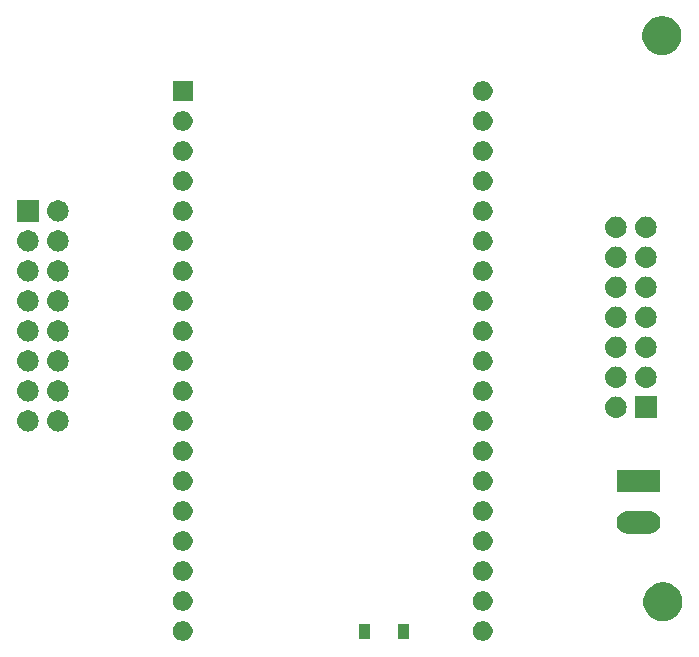
<source format=gbr>
G04 #@! TF.GenerationSoftware,KiCad,Pcbnew,5.0.2-bee76a0~70~ubuntu18.04.1*
G04 #@! TF.CreationDate,2020-08-05T10:07:10+02:00*
G04 #@! TF.ProjectId,panel_led,70616e65-6c5f-46c6-9564-2e6b69636164,rev?*
G04 #@! TF.SameCoordinates,Original*
G04 #@! TF.FileFunction,Soldermask,Top*
G04 #@! TF.FilePolarity,Negative*
%FSLAX46Y46*%
G04 Gerber Fmt 4.6, Leading zero omitted, Abs format (unit mm)*
G04 Created by KiCad (PCBNEW 5.0.2-bee76a0~70~ubuntu18.04.1) date mié 05 ago 2020 10:07:10 CEST*
%MOMM*%
%LPD*%
G01*
G04 APERTURE LIST*
%ADD10C,0.100000*%
G04 APERTURE END LIST*
D10*
G36*
X162192791Y-120868134D02*
X162192793Y-120868135D01*
X162192794Y-120868135D01*
X162344026Y-120930777D01*
X162344027Y-120930778D01*
X162480135Y-121021722D01*
X162595878Y-121137465D01*
X162595880Y-121137468D01*
X162686823Y-121273574D01*
X162749465Y-121424806D01*
X162781400Y-121585354D01*
X162781400Y-121749046D01*
X162749465Y-121909594D01*
X162686823Y-122060826D01*
X162686822Y-122060827D01*
X162595878Y-122196935D01*
X162480135Y-122312678D01*
X162480132Y-122312680D01*
X162344026Y-122403623D01*
X162192794Y-122466265D01*
X162192793Y-122466265D01*
X162192791Y-122466266D01*
X162032248Y-122498200D01*
X161868552Y-122498200D01*
X161708009Y-122466266D01*
X161708007Y-122466265D01*
X161708006Y-122466265D01*
X161556774Y-122403623D01*
X161420668Y-122312680D01*
X161420665Y-122312678D01*
X161304922Y-122196935D01*
X161213978Y-122060827D01*
X161213977Y-122060826D01*
X161151335Y-121909594D01*
X161119400Y-121749046D01*
X161119400Y-121585354D01*
X161151335Y-121424806D01*
X161213977Y-121273574D01*
X161304920Y-121137468D01*
X161304922Y-121137465D01*
X161420665Y-121021722D01*
X161556773Y-120930778D01*
X161556774Y-120930777D01*
X161708006Y-120868135D01*
X161708007Y-120868135D01*
X161708009Y-120868134D01*
X161868552Y-120836200D01*
X162032248Y-120836200D01*
X162192791Y-120868134D01*
X162192791Y-120868134D01*
G37*
G36*
X136792791Y-120868134D02*
X136792793Y-120868135D01*
X136792794Y-120868135D01*
X136944026Y-120930777D01*
X136944027Y-120930778D01*
X137080135Y-121021722D01*
X137195878Y-121137465D01*
X137195880Y-121137468D01*
X137286823Y-121273574D01*
X137349465Y-121424806D01*
X137381400Y-121585354D01*
X137381400Y-121749046D01*
X137349465Y-121909594D01*
X137286823Y-122060826D01*
X137286822Y-122060827D01*
X137195878Y-122196935D01*
X137080135Y-122312678D01*
X137080132Y-122312680D01*
X136944026Y-122403623D01*
X136792794Y-122466265D01*
X136792793Y-122466265D01*
X136792791Y-122466266D01*
X136632248Y-122498200D01*
X136468552Y-122498200D01*
X136308009Y-122466266D01*
X136308007Y-122466265D01*
X136308006Y-122466265D01*
X136156774Y-122403623D01*
X136020668Y-122312680D01*
X136020665Y-122312678D01*
X135904922Y-122196935D01*
X135813978Y-122060827D01*
X135813977Y-122060826D01*
X135751335Y-121909594D01*
X135719400Y-121749046D01*
X135719400Y-121585354D01*
X135751335Y-121424806D01*
X135813977Y-121273574D01*
X135904920Y-121137468D01*
X135904922Y-121137465D01*
X136020665Y-121021722D01*
X136156773Y-120930778D01*
X136156774Y-120930777D01*
X136308006Y-120868135D01*
X136308007Y-120868135D01*
X136308009Y-120868134D01*
X136468552Y-120836200D01*
X136632248Y-120836200D01*
X136792791Y-120868134D01*
X136792791Y-120868134D01*
G37*
G36*
X152442260Y-122342400D02*
X151440260Y-122342400D01*
X151440260Y-121040400D01*
X152442260Y-121040400D01*
X152442260Y-122342400D01*
X152442260Y-122342400D01*
G37*
G36*
X155742260Y-122342400D02*
X154740260Y-122342400D01*
X154740260Y-121040400D01*
X155742260Y-121040400D01*
X155742260Y-122342400D01*
X155742260Y-122342400D01*
G37*
G36*
X177578356Y-117580798D02*
X177684679Y-117601947D01*
X177985142Y-117726403D01*
X178251952Y-117904680D01*
X178255554Y-117907087D01*
X178485513Y-118137046D01*
X178485515Y-118137049D01*
X178666197Y-118407458D01*
X178744901Y-118597465D01*
X178790653Y-118707922D01*
X178854100Y-119026889D01*
X178854100Y-119352111D01*
X178790653Y-119671078D01*
X178666198Y-119971540D01*
X178485513Y-120241954D01*
X178255554Y-120471913D01*
X178255551Y-120471915D01*
X177985142Y-120652597D01*
X177684679Y-120777053D01*
X177578356Y-120798202D01*
X177365711Y-120840500D01*
X177040489Y-120840500D01*
X176827844Y-120798202D01*
X176721521Y-120777053D01*
X176421058Y-120652597D01*
X176150649Y-120471915D01*
X176150646Y-120471913D01*
X175920687Y-120241954D01*
X175740002Y-119971540D01*
X175615547Y-119671078D01*
X175552100Y-119352111D01*
X175552100Y-119026889D01*
X175615547Y-118707922D01*
X175661300Y-118597465D01*
X175740003Y-118407458D01*
X175920685Y-118137049D01*
X175920687Y-118137046D01*
X176150646Y-117907087D01*
X176154248Y-117904680D01*
X176421058Y-117726403D01*
X176721521Y-117601947D01*
X176827844Y-117580798D01*
X177040489Y-117538500D01*
X177365711Y-117538500D01*
X177578356Y-117580798D01*
X177578356Y-117580798D01*
G37*
G36*
X162192791Y-118328134D02*
X162192793Y-118328135D01*
X162192794Y-118328135D01*
X162344026Y-118390777D01*
X162344027Y-118390778D01*
X162480135Y-118481722D01*
X162595878Y-118597465D01*
X162595880Y-118597468D01*
X162686823Y-118733574D01*
X162749465Y-118884806D01*
X162749466Y-118884809D01*
X162781400Y-119045352D01*
X162781400Y-119209046D01*
X162749465Y-119369594D01*
X162686823Y-119520826D01*
X162686822Y-119520827D01*
X162595878Y-119656935D01*
X162480135Y-119772678D01*
X162480132Y-119772680D01*
X162344026Y-119863623D01*
X162192794Y-119926265D01*
X162192793Y-119926265D01*
X162192791Y-119926266D01*
X162032248Y-119958200D01*
X161868552Y-119958200D01*
X161708009Y-119926266D01*
X161708007Y-119926265D01*
X161708006Y-119926265D01*
X161556774Y-119863623D01*
X161420668Y-119772680D01*
X161420665Y-119772678D01*
X161304922Y-119656935D01*
X161213978Y-119520827D01*
X161213977Y-119520826D01*
X161151335Y-119369594D01*
X161119400Y-119209046D01*
X161119400Y-119045352D01*
X161151334Y-118884809D01*
X161151335Y-118884806D01*
X161213977Y-118733574D01*
X161304920Y-118597468D01*
X161304922Y-118597465D01*
X161420665Y-118481722D01*
X161556773Y-118390778D01*
X161556774Y-118390777D01*
X161708006Y-118328135D01*
X161708007Y-118328135D01*
X161708009Y-118328134D01*
X161868552Y-118296200D01*
X162032248Y-118296200D01*
X162192791Y-118328134D01*
X162192791Y-118328134D01*
G37*
G36*
X136792791Y-118328134D02*
X136792793Y-118328135D01*
X136792794Y-118328135D01*
X136944026Y-118390777D01*
X136944027Y-118390778D01*
X137080135Y-118481722D01*
X137195878Y-118597465D01*
X137195880Y-118597468D01*
X137286823Y-118733574D01*
X137349465Y-118884806D01*
X137349466Y-118884809D01*
X137381400Y-119045352D01*
X137381400Y-119209046D01*
X137349465Y-119369594D01*
X137286823Y-119520826D01*
X137286822Y-119520827D01*
X137195878Y-119656935D01*
X137080135Y-119772678D01*
X137080132Y-119772680D01*
X136944026Y-119863623D01*
X136792794Y-119926265D01*
X136792793Y-119926265D01*
X136792791Y-119926266D01*
X136632248Y-119958200D01*
X136468552Y-119958200D01*
X136308009Y-119926266D01*
X136308007Y-119926265D01*
X136308006Y-119926265D01*
X136156774Y-119863623D01*
X136020668Y-119772680D01*
X136020665Y-119772678D01*
X135904922Y-119656935D01*
X135813978Y-119520827D01*
X135813977Y-119520826D01*
X135751335Y-119369594D01*
X135719400Y-119209046D01*
X135719400Y-119045352D01*
X135751334Y-118884809D01*
X135751335Y-118884806D01*
X135813977Y-118733574D01*
X135904920Y-118597468D01*
X135904922Y-118597465D01*
X136020665Y-118481722D01*
X136156773Y-118390778D01*
X136156774Y-118390777D01*
X136308006Y-118328135D01*
X136308007Y-118328135D01*
X136308009Y-118328134D01*
X136468552Y-118296200D01*
X136632248Y-118296200D01*
X136792791Y-118328134D01*
X136792791Y-118328134D01*
G37*
G36*
X162192791Y-115788134D02*
X162192793Y-115788135D01*
X162192794Y-115788135D01*
X162344026Y-115850777D01*
X162344027Y-115850778D01*
X162480135Y-115941722D01*
X162595878Y-116057465D01*
X162595880Y-116057468D01*
X162686823Y-116193574D01*
X162749465Y-116344806D01*
X162781400Y-116505354D01*
X162781400Y-116669046D01*
X162749465Y-116829594D01*
X162686823Y-116980826D01*
X162686822Y-116980827D01*
X162595878Y-117116935D01*
X162480135Y-117232678D01*
X162480132Y-117232680D01*
X162344026Y-117323623D01*
X162192794Y-117386265D01*
X162192793Y-117386265D01*
X162192791Y-117386266D01*
X162032248Y-117418200D01*
X161868552Y-117418200D01*
X161708009Y-117386266D01*
X161708007Y-117386265D01*
X161708006Y-117386265D01*
X161556774Y-117323623D01*
X161420668Y-117232680D01*
X161420665Y-117232678D01*
X161304922Y-117116935D01*
X161213978Y-116980827D01*
X161213977Y-116980826D01*
X161151335Y-116829594D01*
X161119400Y-116669046D01*
X161119400Y-116505354D01*
X161151335Y-116344806D01*
X161213977Y-116193574D01*
X161304920Y-116057468D01*
X161304922Y-116057465D01*
X161420665Y-115941722D01*
X161556773Y-115850778D01*
X161556774Y-115850777D01*
X161708006Y-115788135D01*
X161708007Y-115788135D01*
X161708009Y-115788134D01*
X161868552Y-115756200D01*
X162032248Y-115756200D01*
X162192791Y-115788134D01*
X162192791Y-115788134D01*
G37*
G36*
X136792791Y-115788134D02*
X136792793Y-115788135D01*
X136792794Y-115788135D01*
X136944026Y-115850777D01*
X136944027Y-115850778D01*
X137080135Y-115941722D01*
X137195878Y-116057465D01*
X137195880Y-116057468D01*
X137286823Y-116193574D01*
X137349465Y-116344806D01*
X137381400Y-116505354D01*
X137381400Y-116669046D01*
X137349465Y-116829594D01*
X137286823Y-116980826D01*
X137286822Y-116980827D01*
X137195878Y-117116935D01*
X137080135Y-117232678D01*
X137080132Y-117232680D01*
X136944026Y-117323623D01*
X136792794Y-117386265D01*
X136792793Y-117386265D01*
X136792791Y-117386266D01*
X136632248Y-117418200D01*
X136468552Y-117418200D01*
X136308009Y-117386266D01*
X136308007Y-117386265D01*
X136308006Y-117386265D01*
X136156774Y-117323623D01*
X136020668Y-117232680D01*
X136020665Y-117232678D01*
X135904922Y-117116935D01*
X135813978Y-116980827D01*
X135813977Y-116980826D01*
X135751335Y-116829594D01*
X135719400Y-116669046D01*
X135719400Y-116505354D01*
X135751335Y-116344806D01*
X135813977Y-116193574D01*
X135904920Y-116057468D01*
X135904922Y-116057465D01*
X136020665Y-115941722D01*
X136156773Y-115850778D01*
X136156774Y-115850777D01*
X136308006Y-115788135D01*
X136308007Y-115788135D01*
X136308009Y-115788134D01*
X136468552Y-115756200D01*
X136632248Y-115756200D01*
X136792791Y-115788134D01*
X136792791Y-115788134D01*
G37*
G36*
X136792791Y-113248134D02*
X136792793Y-113248135D01*
X136792794Y-113248135D01*
X136944026Y-113310777D01*
X137078301Y-113400496D01*
X137080135Y-113401722D01*
X137195878Y-113517465D01*
X137195880Y-113517468D01*
X137286823Y-113653574D01*
X137349465Y-113804806D01*
X137381400Y-113965354D01*
X137381400Y-114129046D01*
X137349465Y-114289594D01*
X137286823Y-114440826D01*
X137286822Y-114440827D01*
X137195878Y-114576935D01*
X137080135Y-114692678D01*
X137080132Y-114692680D01*
X136944026Y-114783623D01*
X136792794Y-114846265D01*
X136792793Y-114846265D01*
X136792791Y-114846266D01*
X136632248Y-114878200D01*
X136468552Y-114878200D01*
X136308009Y-114846266D01*
X136308007Y-114846265D01*
X136308006Y-114846265D01*
X136156774Y-114783623D01*
X136020668Y-114692680D01*
X136020665Y-114692678D01*
X135904922Y-114576935D01*
X135813978Y-114440827D01*
X135813977Y-114440826D01*
X135751335Y-114289594D01*
X135719400Y-114129046D01*
X135719400Y-113965354D01*
X135751335Y-113804806D01*
X135813977Y-113653574D01*
X135904920Y-113517468D01*
X135904922Y-113517465D01*
X136020665Y-113401722D01*
X136022499Y-113400496D01*
X136156774Y-113310777D01*
X136308006Y-113248135D01*
X136308007Y-113248135D01*
X136308009Y-113248134D01*
X136468552Y-113216200D01*
X136632248Y-113216200D01*
X136792791Y-113248134D01*
X136792791Y-113248134D01*
G37*
G36*
X162192791Y-113248134D02*
X162192793Y-113248135D01*
X162192794Y-113248135D01*
X162344026Y-113310777D01*
X162478301Y-113400496D01*
X162480135Y-113401722D01*
X162595878Y-113517465D01*
X162595880Y-113517468D01*
X162686823Y-113653574D01*
X162749465Y-113804806D01*
X162781400Y-113965354D01*
X162781400Y-114129046D01*
X162749465Y-114289594D01*
X162686823Y-114440826D01*
X162686822Y-114440827D01*
X162595878Y-114576935D01*
X162480135Y-114692678D01*
X162480132Y-114692680D01*
X162344026Y-114783623D01*
X162192794Y-114846265D01*
X162192793Y-114846265D01*
X162192791Y-114846266D01*
X162032248Y-114878200D01*
X161868552Y-114878200D01*
X161708009Y-114846266D01*
X161708007Y-114846265D01*
X161708006Y-114846265D01*
X161556774Y-114783623D01*
X161420668Y-114692680D01*
X161420665Y-114692678D01*
X161304922Y-114576935D01*
X161213978Y-114440827D01*
X161213977Y-114440826D01*
X161151335Y-114289594D01*
X161119400Y-114129046D01*
X161119400Y-113965354D01*
X161151335Y-113804806D01*
X161213977Y-113653574D01*
X161304920Y-113517468D01*
X161304922Y-113517465D01*
X161420665Y-113401722D01*
X161422499Y-113400496D01*
X161556774Y-113310777D01*
X161708006Y-113248135D01*
X161708007Y-113248135D01*
X161708009Y-113248134D01*
X161868552Y-113216200D01*
X162032248Y-113216200D01*
X162192791Y-113248134D01*
X162192791Y-113248134D01*
G37*
G36*
X176224505Y-111531300D02*
X176224508Y-111531301D01*
X176224509Y-111531301D01*
X176403773Y-111585680D01*
X176403775Y-111585681D01*
X176568985Y-111673988D01*
X176713792Y-111792828D01*
X176832632Y-111937635D01*
X176832633Y-111937637D01*
X176920940Y-112102847D01*
X176963644Y-112243623D01*
X176975320Y-112282115D01*
X176993681Y-112468540D01*
X176975320Y-112654965D01*
X176920939Y-112834235D01*
X176832632Y-112999445D01*
X176713792Y-113144252D01*
X176568985Y-113263092D01*
X176568983Y-113263093D01*
X176403773Y-113351400D01*
X176224509Y-113405779D01*
X176224508Y-113405779D01*
X176224505Y-113405780D01*
X176084798Y-113419540D01*
X174191362Y-113419540D01*
X174051655Y-113405780D01*
X174051652Y-113405779D01*
X174051651Y-113405779D01*
X173872387Y-113351400D01*
X173707177Y-113263093D01*
X173707175Y-113263092D01*
X173562368Y-113144252D01*
X173443528Y-112999445D01*
X173355221Y-112834235D01*
X173300840Y-112654965D01*
X173282479Y-112468540D01*
X173300840Y-112282115D01*
X173312516Y-112243623D01*
X173355220Y-112102847D01*
X173443527Y-111937637D01*
X173443528Y-111937635D01*
X173562368Y-111792828D01*
X173707175Y-111673988D01*
X173872385Y-111585681D01*
X173872387Y-111585680D01*
X174051651Y-111531301D01*
X174051652Y-111531301D01*
X174051655Y-111531300D01*
X174191362Y-111517540D01*
X176084798Y-111517540D01*
X176224505Y-111531300D01*
X176224505Y-111531300D01*
G37*
G36*
X162192791Y-110708134D02*
X162192793Y-110708135D01*
X162192794Y-110708135D01*
X162344026Y-110770777D01*
X162344027Y-110770778D01*
X162480135Y-110861722D01*
X162595878Y-110977465D01*
X162595880Y-110977468D01*
X162686823Y-111113574D01*
X162749465Y-111264806D01*
X162749466Y-111264809D01*
X162781400Y-111425352D01*
X162781400Y-111589048D01*
X162764505Y-111673987D01*
X162749465Y-111749594D01*
X162686823Y-111900826D01*
X162597104Y-112035101D01*
X162595878Y-112036935D01*
X162480135Y-112152678D01*
X162480132Y-112152680D01*
X162344026Y-112243623D01*
X162192794Y-112306265D01*
X162192793Y-112306265D01*
X162192791Y-112306266D01*
X162032248Y-112338200D01*
X161868552Y-112338200D01*
X161708009Y-112306266D01*
X161708007Y-112306265D01*
X161708006Y-112306265D01*
X161556774Y-112243623D01*
X161420668Y-112152680D01*
X161420665Y-112152678D01*
X161304922Y-112036935D01*
X161303696Y-112035101D01*
X161213977Y-111900826D01*
X161151335Y-111749594D01*
X161136296Y-111673987D01*
X161119400Y-111589048D01*
X161119400Y-111425352D01*
X161151334Y-111264809D01*
X161151335Y-111264806D01*
X161213977Y-111113574D01*
X161304920Y-110977468D01*
X161304922Y-110977465D01*
X161420665Y-110861722D01*
X161556773Y-110770778D01*
X161556774Y-110770777D01*
X161708006Y-110708135D01*
X161708007Y-110708135D01*
X161708009Y-110708134D01*
X161868552Y-110676200D01*
X162032248Y-110676200D01*
X162192791Y-110708134D01*
X162192791Y-110708134D01*
G37*
G36*
X136792791Y-110708134D02*
X136792793Y-110708135D01*
X136792794Y-110708135D01*
X136944026Y-110770777D01*
X136944027Y-110770778D01*
X137080135Y-110861722D01*
X137195878Y-110977465D01*
X137195880Y-110977468D01*
X137286823Y-111113574D01*
X137349465Y-111264806D01*
X137349466Y-111264809D01*
X137381400Y-111425352D01*
X137381400Y-111589048D01*
X137364505Y-111673987D01*
X137349465Y-111749594D01*
X137286823Y-111900826D01*
X137197104Y-112035101D01*
X137195878Y-112036935D01*
X137080135Y-112152678D01*
X137080132Y-112152680D01*
X136944026Y-112243623D01*
X136792794Y-112306265D01*
X136792793Y-112306265D01*
X136792791Y-112306266D01*
X136632248Y-112338200D01*
X136468552Y-112338200D01*
X136308009Y-112306266D01*
X136308007Y-112306265D01*
X136308006Y-112306265D01*
X136156774Y-112243623D01*
X136020668Y-112152680D01*
X136020665Y-112152678D01*
X135904922Y-112036935D01*
X135903696Y-112035101D01*
X135813977Y-111900826D01*
X135751335Y-111749594D01*
X135736296Y-111673987D01*
X135719400Y-111589048D01*
X135719400Y-111425352D01*
X135751334Y-111264809D01*
X135751335Y-111264806D01*
X135813977Y-111113574D01*
X135904920Y-110977468D01*
X135904922Y-110977465D01*
X136020665Y-110861722D01*
X136156773Y-110770778D01*
X136156774Y-110770777D01*
X136308006Y-110708135D01*
X136308007Y-110708135D01*
X136308009Y-110708134D01*
X136468552Y-110676200D01*
X136632248Y-110676200D01*
X136792791Y-110708134D01*
X136792791Y-110708134D01*
G37*
G36*
X176848998Y-108021474D02*
X176881504Y-108031335D01*
X176911463Y-108047348D01*
X176937721Y-108068899D01*
X176959272Y-108095157D01*
X176975285Y-108125116D01*
X176985146Y-108157622D01*
X176989080Y-108197569D01*
X176989080Y-109739511D01*
X176985146Y-109779458D01*
X176975285Y-109811964D01*
X176959272Y-109841923D01*
X176937721Y-109868181D01*
X176911463Y-109889732D01*
X176881504Y-109905745D01*
X176848998Y-109915606D01*
X176809051Y-109919540D01*
X173467109Y-109919540D01*
X173427162Y-109915606D01*
X173394656Y-109905745D01*
X173364697Y-109889732D01*
X173338439Y-109868181D01*
X173316888Y-109841923D01*
X173300875Y-109811964D01*
X173291014Y-109779458D01*
X173287080Y-109739511D01*
X173287080Y-108197569D01*
X173291014Y-108157622D01*
X173300875Y-108125116D01*
X173316888Y-108095157D01*
X173338439Y-108068899D01*
X173364697Y-108047348D01*
X173394656Y-108031335D01*
X173427162Y-108021474D01*
X173467109Y-108017540D01*
X176809051Y-108017540D01*
X176848998Y-108021474D01*
X176848998Y-108021474D01*
G37*
G36*
X162192791Y-108168134D02*
X162192793Y-108168135D01*
X162192794Y-108168135D01*
X162344026Y-108230777D01*
X162344027Y-108230778D01*
X162480135Y-108321722D01*
X162595878Y-108437465D01*
X162595880Y-108437468D01*
X162686823Y-108573574D01*
X162749465Y-108724806D01*
X162781400Y-108885354D01*
X162781400Y-109049046D01*
X162749465Y-109209594D01*
X162686823Y-109360826D01*
X162686822Y-109360827D01*
X162595878Y-109496935D01*
X162480135Y-109612678D01*
X162480132Y-109612680D01*
X162344026Y-109703623D01*
X162192794Y-109766265D01*
X162192793Y-109766265D01*
X162192791Y-109766266D01*
X162032248Y-109798200D01*
X161868552Y-109798200D01*
X161708009Y-109766266D01*
X161708007Y-109766265D01*
X161708006Y-109766265D01*
X161556774Y-109703623D01*
X161420668Y-109612680D01*
X161420665Y-109612678D01*
X161304922Y-109496935D01*
X161213978Y-109360827D01*
X161213977Y-109360826D01*
X161151335Y-109209594D01*
X161119400Y-109049046D01*
X161119400Y-108885354D01*
X161151335Y-108724806D01*
X161213977Y-108573574D01*
X161304920Y-108437468D01*
X161304922Y-108437465D01*
X161420665Y-108321722D01*
X161556773Y-108230778D01*
X161556774Y-108230777D01*
X161708006Y-108168135D01*
X161708007Y-108168135D01*
X161708009Y-108168134D01*
X161868552Y-108136200D01*
X162032248Y-108136200D01*
X162192791Y-108168134D01*
X162192791Y-108168134D01*
G37*
G36*
X136792791Y-108168134D02*
X136792793Y-108168135D01*
X136792794Y-108168135D01*
X136944026Y-108230777D01*
X136944027Y-108230778D01*
X137080135Y-108321722D01*
X137195878Y-108437465D01*
X137195880Y-108437468D01*
X137286823Y-108573574D01*
X137349465Y-108724806D01*
X137381400Y-108885354D01*
X137381400Y-109049046D01*
X137349465Y-109209594D01*
X137286823Y-109360826D01*
X137286822Y-109360827D01*
X137195878Y-109496935D01*
X137080135Y-109612678D01*
X137080132Y-109612680D01*
X136944026Y-109703623D01*
X136792794Y-109766265D01*
X136792793Y-109766265D01*
X136792791Y-109766266D01*
X136632248Y-109798200D01*
X136468552Y-109798200D01*
X136308009Y-109766266D01*
X136308007Y-109766265D01*
X136308006Y-109766265D01*
X136156774Y-109703623D01*
X136020668Y-109612680D01*
X136020665Y-109612678D01*
X135904922Y-109496935D01*
X135813978Y-109360827D01*
X135813977Y-109360826D01*
X135751335Y-109209594D01*
X135719400Y-109049046D01*
X135719400Y-108885354D01*
X135751335Y-108724806D01*
X135813977Y-108573574D01*
X135904920Y-108437468D01*
X135904922Y-108437465D01*
X136020665Y-108321722D01*
X136156773Y-108230778D01*
X136156774Y-108230777D01*
X136308006Y-108168135D01*
X136308007Y-108168135D01*
X136308009Y-108168134D01*
X136468552Y-108136200D01*
X136632248Y-108136200D01*
X136792791Y-108168134D01*
X136792791Y-108168134D01*
G37*
G36*
X136792791Y-105628134D02*
X136792793Y-105628135D01*
X136792794Y-105628135D01*
X136944026Y-105690777D01*
X136944027Y-105690778D01*
X137080135Y-105781722D01*
X137195878Y-105897465D01*
X137195880Y-105897468D01*
X137286823Y-106033574D01*
X137349465Y-106184806D01*
X137381400Y-106345354D01*
X137381400Y-106509046D01*
X137349465Y-106669594D01*
X137286823Y-106820826D01*
X137286822Y-106820827D01*
X137195878Y-106956935D01*
X137080135Y-107072678D01*
X137080132Y-107072680D01*
X136944026Y-107163623D01*
X136792794Y-107226265D01*
X136792793Y-107226265D01*
X136792791Y-107226266D01*
X136632248Y-107258200D01*
X136468552Y-107258200D01*
X136308009Y-107226266D01*
X136308007Y-107226265D01*
X136308006Y-107226265D01*
X136156774Y-107163623D01*
X136020668Y-107072680D01*
X136020665Y-107072678D01*
X135904922Y-106956935D01*
X135813978Y-106820827D01*
X135813977Y-106820826D01*
X135751335Y-106669594D01*
X135719400Y-106509046D01*
X135719400Y-106345354D01*
X135751335Y-106184806D01*
X135813977Y-106033574D01*
X135904920Y-105897468D01*
X135904922Y-105897465D01*
X136020665Y-105781722D01*
X136156773Y-105690778D01*
X136156774Y-105690777D01*
X136308006Y-105628135D01*
X136308007Y-105628135D01*
X136308009Y-105628134D01*
X136468552Y-105596200D01*
X136632248Y-105596200D01*
X136792791Y-105628134D01*
X136792791Y-105628134D01*
G37*
G36*
X162192791Y-105628134D02*
X162192793Y-105628135D01*
X162192794Y-105628135D01*
X162344026Y-105690777D01*
X162344027Y-105690778D01*
X162480135Y-105781722D01*
X162595878Y-105897465D01*
X162595880Y-105897468D01*
X162686823Y-106033574D01*
X162749465Y-106184806D01*
X162781400Y-106345354D01*
X162781400Y-106509046D01*
X162749465Y-106669594D01*
X162686823Y-106820826D01*
X162686822Y-106820827D01*
X162595878Y-106956935D01*
X162480135Y-107072678D01*
X162480132Y-107072680D01*
X162344026Y-107163623D01*
X162192794Y-107226265D01*
X162192793Y-107226265D01*
X162192791Y-107226266D01*
X162032248Y-107258200D01*
X161868552Y-107258200D01*
X161708009Y-107226266D01*
X161708007Y-107226265D01*
X161708006Y-107226265D01*
X161556774Y-107163623D01*
X161420668Y-107072680D01*
X161420665Y-107072678D01*
X161304922Y-106956935D01*
X161213978Y-106820827D01*
X161213977Y-106820826D01*
X161151335Y-106669594D01*
X161119400Y-106509046D01*
X161119400Y-106345354D01*
X161151335Y-106184806D01*
X161213977Y-106033574D01*
X161304920Y-105897468D01*
X161304922Y-105897465D01*
X161420665Y-105781722D01*
X161556773Y-105690778D01*
X161556774Y-105690777D01*
X161708006Y-105628135D01*
X161708007Y-105628135D01*
X161708009Y-105628134D01*
X161868552Y-105596200D01*
X162032248Y-105596200D01*
X162192791Y-105628134D01*
X162192791Y-105628134D01*
G37*
G36*
X126094443Y-102991519D02*
X126160627Y-102998037D01*
X126273853Y-103032384D01*
X126330467Y-103049557D01*
X126402638Y-103088134D01*
X126486991Y-103133222D01*
X126508383Y-103150778D01*
X126624186Y-103245814D01*
X126707448Y-103347271D01*
X126736778Y-103383009D01*
X126736779Y-103383011D01*
X126820443Y-103539533D01*
X126820443Y-103539534D01*
X126871963Y-103709373D01*
X126889359Y-103886000D01*
X126871963Y-104062627D01*
X126851649Y-104129594D01*
X126820443Y-104232467D01*
X126746348Y-104371087D01*
X126736778Y-104388991D01*
X126713847Y-104416932D01*
X126624186Y-104526186D01*
X126522729Y-104609448D01*
X126486991Y-104638778D01*
X126486989Y-104638779D01*
X126330467Y-104722443D01*
X126273853Y-104739616D01*
X126160627Y-104773963D01*
X126094442Y-104780482D01*
X126028260Y-104787000D01*
X125939740Y-104787000D01*
X125873558Y-104780482D01*
X125807373Y-104773963D01*
X125694147Y-104739616D01*
X125637533Y-104722443D01*
X125481011Y-104638779D01*
X125481009Y-104638778D01*
X125445271Y-104609448D01*
X125343814Y-104526186D01*
X125254153Y-104416932D01*
X125231222Y-104388991D01*
X125221652Y-104371087D01*
X125147557Y-104232467D01*
X125116351Y-104129594D01*
X125096037Y-104062627D01*
X125078641Y-103886000D01*
X125096037Y-103709373D01*
X125147557Y-103539534D01*
X125147557Y-103539533D01*
X125231221Y-103383011D01*
X125231222Y-103383009D01*
X125260552Y-103347271D01*
X125343814Y-103245814D01*
X125459617Y-103150778D01*
X125481009Y-103133222D01*
X125565362Y-103088134D01*
X125637533Y-103049557D01*
X125694147Y-103032384D01*
X125807373Y-102998037D01*
X125873557Y-102991519D01*
X125939740Y-102985000D01*
X126028260Y-102985000D01*
X126094443Y-102991519D01*
X126094443Y-102991519D01*
G37*
G36*
X123554443Y-102991519D02*
X123620627Y-102998037D01*
X123733853Y-103032384D01*
X123790467Y-103049557D01*
X123862638Y-103088134D01*
X123946991Y-103133222D01*
X123968383Y-103150778D01*
X124084186Y-103245814D01*
X124167448Y-103347271D01*
X124196778Y-103383009D01*
X124196779Y-103383011D01*
X124280443Y-103539533D01*
X124280443Y-103539534D01*
X124331963Y-103709373D01*
X124349359Y-103886000D01*
X124331963Y-104062627D01*
X124311649Y-104129594D01*
X124280443Y-104232467D01*
X124206348Y-104371087D01*
X124196778Y-104388991D01*
X124173847Y-104416932D01*
X124084186Y-104526186D01*
X123982729Y-104609448D01*
X123946991Y-104638778D01*
X123946989Y-104638779D01*
X123790467Y-104722443D01*
X123733853Y-104739616D01*
X123620627Y-104773963D01*
X123554442Y-104780482D01*
X123488260Y-104787000D01*
X123399740Y-104787000D01*
X123333558Y-104780482D01*
X123267373Y-104773963D01*
X123154147Y-104739616D01*
X123097533Y-104722443D01*
X122941011Y-104638779D01*
X122941009Y-104638778D01*
X122905271Y-104609448D01*
X122803814Y-104526186D01*
X122714153Y-104416932D01*
X122691222Y-104388991D01*
X122681652Y-104371087D01*
X122607557Y-104232467D01*
X122576351Y-104129594D01*
X122556037Y-104062627D01*
X122538641Y-103886000D01*
X122556037Y-103709373D01*
X122607557Y-103539534D01*
X122607557Y-103539533D01*
X122691221Y-103383011D01*
X122691222Y-103383009D01*
X122720552Y-103347271D01*
X122803814Y-103245814D01*
X122919617Y-103150778D01*
X122941009Y-103133222D01*
X123025362Y-103088134D01*
X123097533Y-103049557D01*
X123154147Y-103032384D01*
X123267373Y-102998037D01*
X123333557Y-102991519D01*
X123399740Y-102985000D01*
X123488260Y-102985000D01*
X123554443Y-102991519D01*
X123554443Y-102991519D01*
G37*
G36*
X162192791Y-103088134D02*
X162192793Y-103088135D01*
X162192794Y-103088135D01*
X162344026Y-103150777D01*
X162344027Y-103150778D01*
X162480135Y-103241722D01*
X162595878Y-103357465D01*
X162595880Y-103357468D01*
X162686823Y-103493574D01*
X162733210Y-103605563D01*
X162749466Y-103644809D01*
X162762309Y-103709375D01*
X162781400Y-103805354D01*
X162781400Y-103969046D01*
X162749465Y-104129594D01*
X162686823Y-104280826D01*
X162597104Y-104415101D01*
X162595878Y-104416935D01*
X162480135Y-104532678D01*
X162480132Y-104532680D01*
X162344026Y-104623623D01*
X162192794Y-104686265D01*
X162192793Y-104686265D01*
X162192791Y-104686266D01*
X162032248Y-104718200D01*
X161868552Y-104718200D01*
X161708009Y-104686266D01*
X161708007Y-104686265D01*
X161708006Y-104686265D01*
X161556774Y-104623623D01*
X161420668Y-104532680D01*
X161420665Y-104532678D01*
X161304922Y-104416935D01*
X161303696Y-104415101D01*
X161213977Y-104280826D01*
X161151335Y-104129594D01*
X161119400Y-103969046D01*
X161119400Y-103805354D01*
X161138491Y-103709375D01*
X161151334Y-103644809D01*
X161167590Y-103605563D01*
X161213977Y-103493574D01*
X161304920Y-103357468D01*
X161304922Y-103357465D01*
X161420665Y-103241722D01*
X161556773Y-103150778D01*
X161556774Y-103150777D01*
X161708006Y-103088135D01*
X161708007Y-103088135D01*
X161708009Y-103088134D01*
X161868552Y-103056200D01*
X162032248Y-103056200D01*
X162192791Y-103088134D01*
X162192791Y-103088134D01*
G37*
G36*
X136792791Y-103088134D02*
X136792793Y-103088135D01*
X136792794Y-103088135D01*
X136944026Y-103150777D01*
X136944027Y-103150778D01*
X137080135Y-103241722D01*
X137195878Y-103357465D01*
X137195880Y-103357468D01*
X137286823Y-103493574D01*
X137333210Y-103605563D01*
X137349466Y-103644809D01*
X137362309Y-103709375D01*
X137381400Y-103805354D01*
X137381400Y-103969046D01*
X137349465Y-104129594D01*
X137286823Y-104280826D01*
X137197104Y-104415101D01*
X137195878Y-104416935D01*
X137080135Y-104532678D01*
X137080132Y-104532680D01*
X136944026Y-104623623D01*
X136792794Y-104686265D01*
X136792793Y-104686265D01*
X136792791Y-104686266D01*
X136632248Y-104718200D01*
X136468552Y-104718200D01*
X136308009Y-104686266D01*
X136308007Y-104686265D01*
X136308006Y-104686265D01*
X136156774Y-104623623D01*
X136020668Y-104532680D01*
X136020665Y-104532678D01*
X135904922Y-104416935D01*
X135903696Y-104415101D01*
X135813977Y-104280826D01*
X135751335Y-104129594D01*
X135719400Y-103969046D01*
X135719400Y-103805354D01*
X135738491Y-103709375D01*
X135751334Y-103644809D01*
X135767590Y-103605563D01*
X135813977Y-103493574D01*
X135904920Y-103357468D01*
X135904922Y-103357465D01*
X136020665Y-103241722D01*
X136156773Y-103150778D01*
X136156774Y-103150777D01*
X136308006Y-103088135D01*
X136308007Y-103088135D01*
X136308009Y-103088134D01*
X136468552Y-103056200D01*
X136632248Y-103056200D01*
X136792791Y-103088134D01*
X136792791Y-103088134D01*
G37*
G36*
X176669000Y-103618600D02*
X174867000Y-103618600D01*
X174867000Y-101816600D01*
X176669000Y-101816600D01*
X176669000Y-103618600D01*
X176669000Y-103618600D01*
G37*
G36*
X173338443Y-101823119D02*
X173404627Y-101829637D01*
X173517853Y-101863984D01*
X173574467Y-101881157D01*
X173713087Y-101955252D01*
X173730991Y-101964822D01*
X173757023Y-101986186D01*
X173868186Y-102077414D01*
X173950898Y-102178200D01*
X173980778Y-102214609D01*
X173980779Y-102214611D01*
X174064443Y-102371133D01*
X174064443Y-102371134D01*
X174115963Y-102540973D01*
X174133359Y-102717600D01*
X174115963Y-102894227D01*
X174088427Y-102985000D01*
X174064443Y-103064067D01*
X174051578Y-103088135D01*
X173980778Y-103220591D01*
X173963436Y-103241722D01*
X173868186Y-103357786D01*
X173766729Y-103441048D01*
X173730991Y-103470378D01*
X173730989Y-103470379D01*
X173574467Y-103554043D01*
X173517853Y-103571216D01*
X173404627Y-103605563D01*
X173338442Y-103612082D01*
X173272260Y-103618600D01*
X173183740Y-103618600D01*
X173117557Y-103612081D01*
X173051373Y-103605563D01*
X172938147Y-103571216D01*
X172881533Y-103554043D01*
X172725011Y-103470379D01*
X172725009Y-103470378D01*
X172689271Y-103441048D01*
X172587814Y-103357786D01*
X172492564Y-103241722D01*
X172475222Y-103220591D01*
X172404422Y-103088135D01*
X172391557Y-103064067D01*
X172367573Y-102985000D01*
X172340037Y-102894227D01*
X172322641Y-102717600D01*
X172340037Y-102540973D01*
X172391557Y-102371134D01*
X172391557Y-102371133D01*
X172475221Y-102214611D01*
X172475222Y-102214609D01*
X172505102Y-102178200D01*
X172587814Y-102077414D01*
X172698977Y-101986186D01*
X172725009Y-101964822D01*
X172742913Y-101955252D01*
X172881533Y-101881157D01*
X172938147Y-101863984D01*
X173051373Y-101829637D01*
X173117557Y-101823119D01*
X173183740Y-101816600D01*
X173272260Y-101816600D01*
X173338443Y-101823119D01*
X173338443Y-101823119D01*
G37*
G36*
X126094443Y-100451519D02*
X126160627Y-100458037D01*
X126273853Y-100492384D01*
X126330467Y-100509557D01*
X126402638Y-100548134D01*
X126486991Y-100593222D01*
X126508383Y-100610778D01*
X126624186Y-100705814D01*
X126707448Y-100807271D01*
X126736778Y-100843009D01*
X126736779Y-100843011D01*
X126820443Y-100999533D01*
X126820443Y-100999534D01*
X126871963Y-101169373D01*
X126889359Y-101346000D01*
X126871963Y-101522627D01*
X126851649Y-101589594D01*
X126820443Y-101692467D01*
X126747123Y-101829637D01*
X126736778Y-101848991D01*
X126713847Y-101876932D01*
X126624186Y-101986186D01*
X126522729Y-102069448D01*
X126486991Y-102098778D01*
X126486989Y-102098779D01*
X126330467Y-102182443D01*
X126273853Y-102199616D01*
X126160627Y-102233963D01*
X126094443Y-102240481D01*
X126028260Y-102247000D01*
X125939740Y-102247000D01*
X125873557Y-102240481D01*
X125807373Y-102233963D01*
X125694147Y-102199616D01*
X125637533Y-102182443D01*
X125481011Y-102098779D01*
X125481009Y-102098778D01*
X125445271Y-102069448D01*
X125343814Y-101986186D01*
X125254153Y-101876932D01*
X125231222Y-101848991D01*
X125220877Y-101829637D01*
X125147557Y-101692467D01*
X125116351Y-101589594D01*
X125096037Y-101522627D01*
X125078641Y-101346000D01*
X125096037Y-101169373D01*
X125147557Y-100999534D01*
X125147557Y-100999533D01*
X125231221Y-100843011D01*
X125231222Y-100843009D01*
X125260552Y-100807271D01*
X125343814Y-100705814D01*
X125459617Y-100610778D01*
X125481009Y-100593222D01*
X125565362Y-100548134D01*
X125637533Y-100509557D01*
X125694147Y-100492384D01*
X125807373Y-100458037D01*
X125873557Y-100451519D01*
X125939740Y-100445000D01*
X126028260Y-100445000D01*
X126094443Y-100451519D01*
X126094443Y-100451519D01*
G37*
G36*
X123554443Y-100451519D02*
X123620627Y-100458037D01*
X123733853Y-100492384D01*
X123790467Y-100509557D01*
X123862638Y-100548134D01*
X123946991Y-100593222D01*
X123968383Y-100610778D01*
X124084186Y-100705814D01*
X124167448Y-100807271D01*
X124196778Y-100843009D01*
X124196779Y-100843011D01*
X124280443Y-100999533D01*
X124280443Y-100999534D01*
X124331963Y-101169373D01*
X124349359Y-101346000D01*
X124331963Y-101522627D01*
X124311649Y-101589594D01*
X124280443Y-101692467D01*
X124207123Y-101829637D01*
X124196778Y-101848991D01*
X124173847Y-101876932D01*
X124084186Y-101986186D01*
X123982729Y-102069448D01*
X123946991Y-102098778D01*
X123946989Y-102098779D01*
X123790467Y-102182443D01*
X123733853Y-102199616D01*
X123620627Y-102233963D01*
X123554443Y-102240481D01*
X123488260Y-102247000D01*
X123399740Y-102247000D01*
X123333557Y-102240481D01*
X123267373Y-102233963D01*
X123154147Y-102199616D01*
X123097533Y-102182443D01*
X122941011Y-102098779D01*
X122941009Y-102098778D01*
X122905271Y-102069448D01*
X122803814Y-101986186D01*
X122714153Y-101876932D01*
X122691222Y-101848991D01*
X122680877Y-101829637D01*
X122607557Y-101692467D01*
X122576351Y-101589594D01*
X122556037Y-101522627D01*
X122538641Y-101346000D01*
X122556037Y-101169373D01*
X122607557Y-100999534D01*
X122607557Y-100999533D01*
X122691221Y-100843011D01*
X122691222Y-100843009D01*
X122720552Y-100807271D01*
X122803814Y-100705814D01*
X122919617Y-100610778D01*
X122941009Y-100593222D01*
X123025362Y-100548134D01*
X123097533Y-100509557D01*
X123154147Y-100492384D01*
X123267373Y-100458037D01*
X123333557Y-100451519D01*
X123399740Y-100445000D01*
X123488260Y-100445000D01*
X123554443Y-100451519D01*
X123554443Y-100451519D01*
G37*
G36*
X136792791Y-100548134D02*
X136792793Y-100548135D01*
X136792794Y-100548135D01*
X136944026Y-100610777D01*
X136944027Y-100610778D01*
X137080135Y-100701722D01*
X137195878Y-100817465D01*
X137195880Y-100817468D01*
X137286823Y-100953574D01*
X137333210Y-101065563D01*
X137349466Y-101104809D01*
X137362309Y-101169375D01*
X137381400Y-101265354D01*
X137381400Y-101429046D01*
X137349465Y-101589594D01*
X137286823Y-101740826D01*
X137197104Y-101875101D01*
X137195878Y-101876935D01*
X137080135Y-101992678D01*
X137080132Y-101992680D01*
X136944026Y-102083623D01*
X136792794Y-102146265D01*
X136792793Y-102146265D01*
X136792791Y-102146266D01*
X136632248Y-102178200D01*
X136468552Y-102178200D01*
X136308009Y-102146266D01*
X136308007Y-102146265D01*
X136308006Y-102146265D01*
X136156774Y-102083623D01*
X136020668Y-101992680D01*
X136020665Y-101992678D01*
X135904922Y-101876935D01*
X135903696Y-101875101D01*
X135813977Y-101740826D01*
X135751335Y-101589594D01*
X135719400Y-101429046D01*
X135719400Y-101265354D01*
X135738491Y-101169375D01*
X135751334Y-101104809D01*
X135767590Y-101065563D01*
X135813977Y-100953574D01*
X135904920Y-100817468D01*
X135904922Y-100817465D01*
X136020665Y-100701722D01*
X136156773Y-100610778D01*
X136156774Y-100610777D01*
X136308006Y-100548135D01*
X136308007Y-100548135D01*
X136308009Y-100548134D01*
X136468552Y-100516200D01*
X136632248Y-100516200D01*
X136792791Y-100548134D01*
X136792791Y-100548134D01*
G37*
G36*
X162192791Y-100548134D02*
X162192793Y-100548135D01*
X162192794Y-100548135D01*
X162344026Y-100610777D01*
X162344027Y-100610778D01*
X162480135Y-100701722D01*
X162595878Y-100817465D01*
X162595880Y-100817468D01*
X162686823Y-100953574D01*
X162733210Y-101065563D01*
X162749466Y-101104809D01*
X162762309Y-101169375D01*
X162781400Y-101265354D01*
X162781400Y-101429046D01*
X162749465Y-101589594D01*
X162686823Y-101740826D01*
X162597104Y-101875101D01*
X162595878Y-101876935D01*
X162480135Y-101992678D01*
X162480132Y-101992680D01*
X162344026Y-102083623D01*
X162192794Y-102146265D01*
X162192793Y-102146265D01*
X162192791Y-102146266D01*
X162032248Y-102178200D01*
X161868552Y-102178200D01*
X161708009Y-102146266D01*
X161708007Y-102146265D01*
X161708006Y-102146265D01*
X161556774Y-102083623D01*
X161420668Y-101992680D01*
X161420665Y-101992678D01*
X161304922Y-101876935D01*
X161303696Y-101875101D01*
X161213977Y-101740826D01*
X161151335Y-101589594D01*
X161119400Y-101429046D01*
X161119400Y-101265354D01*
X161138491Y-101169375D01*
X161151334Y-101104809D01*
X161167590Y-101065563D01*
X161213977Y-100953574D01*
X161304920Y-100817468D01*
X161304922Y-100817465D01*
X161420665Y-100701722D01*
X161556773Y-100610778D01*
X161556774Y-100610777D01*
X161708006Y-100548135D01*
X161708007Y-100548135D01*
X161708009Y-100548134D01*
X161868552Y-100516200D01*
X162032248Y-100516200D01*
X162192791Y-100548134D01*
X162192791Y-100548134D01*
G37*
G36*
X173338442Y-99283118D02*
X173404627Y-99289637D01*
X173517853Y-99323984D01*
X173574467Y-99341157D01*
X173713087Y-99415252D01*
X173730991Y-99424822D01*
X173757023Y-99446186D01*
X173868186Y-99537414D01*
X173950898Y-99638200D01*
X173980778Y-99674609D01*
X173980779Y-99674611D01*
X174064443Y-99831133D01*
X174064443Y-99831134D01*
X174115963Y-100000973D01*
X174133359Y-100177600D01*
X174115963Y-100354227D01*
X174088427Y-100445000D01*
X174064443Y-100524067D01*
X174051578Y-100548135D01*
X173980778Y-100680591D01*
X173963436Y-100701722D01*
X173868186Y-100817786D01*
X173766729Y-100901048D01*
X173730991Y-100930378D01*
X173730989Y-100930379D01*
X173574467Y-101014043D01*
X173517853Y-101031216D01*
X173404627Y-101065563D01*
X173338443Y-101072081D01*
X173272260Y-101078600D01*
X173183740Y-101078600D01*
X173117557Y-101072081D01*
X173051373Y-101065563D01*
X172938147Y-101031216D01*
X172881533Y-101014043D01*
X172725011Y-100930379D01*
X172725009Y-100930378D01*
X172689271Y-100901048D01*
X172587814Y-100817786D01*
X172492564Y-100701722D01*
X172475222Y-100680591D01*
X172404422Y-100548135D01*
X172391557Y-100524067D01*
X172367573Y-100445000D01*
X172340037Y-100354227D01*
X172322641Y-100177600D01*
X172340037Y-100000973D01*
X172391557Y-99831134D01*
X172391557Y-99831133D01*
X172475221Y-99674611D01*
X172475222Y-99674609D01*
X172505102Y-99638200D01*
X172587814Y-99537414D01*
X172698977Y-99446186D01*
X172725009Y-99424822D01*
X172742913Y-99415252D01*
X172881533Y-99341157D01*
X172938147Y-99323984D01*
X173051373Y-99289637D01*
X173117558Y-99283118D01*
X173183740Y-99276600D01*
X173272260Y-99276600D01*
X173338442Y-99283118D01*
X173338442Y-99283118D01*
G37*
G36*
X175878442Y-99283118D02*
X175944627Y-99289637D01*
X176057853Y-99323984D01*
X176114467Y-99341157D01*
X176253087Y-99415252D01*
X176270991Y-99424822D01*
X176297023Y-99446186D01*
X176408186Y-99537414D01*
X176490898Y-99638200D01*
X176520778Y-99674609D01*
X176520779Y-99674611D01*
X176604443Y-99831133D01*
X176604443Y-99831134D01*
X176655963Y-100000973D01*
X176673359Y-100177600D01*
X176655963Y-100354227D01*
X176628427Y-100445000D01*
X176604443Y-100524067D01*
X176591578Y-100548135D01*
X176520778Y-100680591D01*
X176503436Y-100701722D01*
X176408186Y-100817786D01*
X176306729Y-100901048D01*
X176270991Y-100930378D01*
X176270989Y-100930379D01*
X176114467Y-101014043D01*
X176057853Y-101031216D01*
X175944627Y-101065563D01*
X175878443Y-101072081D01*
X175812260Y-101078600D01*
X175723740Y-101078600D01*
X175657557Y-101072081D01*
X175591373Y-101065563D01*
X175478147Y-101031216D01*
X175421533Y-101014043D01*
X175265011Y-100930379D01*
X175265009Y-100930378D01*
X175229271Y-100901048D01*
X175127814Y-100817786D01*
X175032564Y-100701722D01*
X175015222Y-100680591D01*
X174944422Y-100548135D01*
X174931557Y-100524067D01*
X174907573Y-100445000D01*
X174880037Y-100354227D01*
X174862641Y-100177600D01*
X174880037Y-100000973D01*
X174931557Y-99831134D01*
X174931557Y-99831133D01*
X175015221Y-99674611D01*
X175015222Y-99674609D01*
X175045102Y-99638200D01*
X175127814Y-99537414D01*
X175238977Y-99446186D01*
X175265009Y-99424822D01*
X175282913Y-99415252D01*
X175421533Y-99341157D01*
X175478147Y-99323984D01*
X175591373Y-99289637D01*
X175657558Y-99283118D01*
X175723740Y-99276600D01*
X175812260Y-99276600D01*
X175878442Y-99283118D01*
X175878442Y-99283118D01*
G37*
G36*
X123554442Y-97911518D02*
X123620627Y-97918037D01*
X123733853Y-97952384D01*
X123790467Y-97969557D01*
X123862638Y-98008134D01*
X123946991Y-98053222D01*
X123968383Y-98070778D01*
X124084186Y-98165814D01*
X124167448Y-98267271D01*
X124196778Y-98303009D01*
X124196779Y-98303011D01*
X124280443Y-98459533D01*
X124280443Y-98459534D01*
X124331963Y-98629373D01*
X124349359Y-98806000D01*
X124331963Y-98982627D01*
X124311649Y-99049594D01*
X124280443Y-99152467D01*
X124207123Y-99289637D01*
X124196778Y-99308991D01*
X124173847Y-99336932D01*
X124084186Y-99446186D01*
X123982729Y-99529448D01*
X123946991Y-99558778D01*
X123946989Y-99558779D01*
X123790467Y-99642443D01*
X123733853Y-99659616D01*
X123620627Y-99693963D01*
X123554442Y-99700482D01*
X123488260Y-99707000D01*
X123399740Y-99707000D01*
X123333558Y-99700482D01*
X123267373Y-99693963D01*
X123154147Y-99659616D01*
X123097533Y-99642443D01*
X122941011Y-99558779D01*
X122941009Y-99558778D01*
X122905271Y-99529448D01*
X122803814Y-99446186D01*
X122714153Y-99336932D01*
X122691222Y-99308991D01*
X122680877Y-99289637D01*
X122607557Y-99152467D01*
X122576351Y-99049594D01*
X122556037Y-98982627D01*
X122538641Y-98806000D01*
X122556037Y-98629373D01*
X122607557Y-98459534D01*
X122607557Y-98459533D01*
X122691221Y-98303011D01*
X122691222Y-98303009D01*
X122720552Y-98267271D01*
X122803814Y-98165814D01*
X122919617Y-98070778D01*
X122941009Y-98053222D01*
X123025362Y-98008134D01*
X123097533Y-97969557D01*
X123154147Y-97952384D01*
X123267373Y-97918037D01*
X123333558Y-97911518D01*
X123399740Y-97905000D01*
X123488260Y-97905000D01*
X123554442Y-97911518D01*
X123554442Y-97911518D01*
G37*
G36*
X126094442Y-97911518D02*
X126160627Y-97918037D01*
X126273853Y-97952384D01*
X126330467Y-97969557D01*
X126402638Y-98008134D01*
X126486991Y-98053222D01*
X126508383Y-98070778D01*
X126624186Y-98165814D01*
X126707448Y-98267271D01*
X126736778Y-98303009D01*
X126736779Y-98303011D01*
X126820443Y-98459533D01*
X126820443Y-98459534D01*
X126871963Y-98629373D01*
X126889359Y-98806000D01*
X126871963Y-98982627D01*
X126851649Y-99049594D01*
X126820443Y-99152467D01*
X126747123Y-99289637D01*
X126736778Y-99308991D01*
X126713847Y-99336932D01*
X126624186Y-99446186D01*
X126522729Y-99529448D01*
X126486991Y-99558778D01*
X126486989Y-99558779D01*
X126330467Y-99642443D01*
X126273853Y-99659616D01*
X126160627Y-99693963D01*
X126094442Y-99700482D01*
X126028260Y-99707000D01*
X125939740Y-99707000D01*
X125873558Y-99700482D01*
X125807373Y-99693963D01*
X125694147Y-99659616D01*
X125637533Y-99642443D01*
X125481011Y-99558779D01*
X125481009Y-99558778D01*
X125445271Y-99529448D01*
X125343814Y-99446186D01*
X125254153Y-99336932D01*
X125231222Y-99308991D01*
X125220877Y-99289637D01*
X125147557Y-99152467D01*
X125116351Y-99049594D01*
X125096037Y-98982627D01*
X125078641Y-98806000D01*
X125096037Y-98629373D01*
X125147557Y-98459534D01*
X125147557Y-98459533D01*
X125231221Y-98303011D01*
X125231222Y-98303009D01*
X125260552Y-98267271D01*
X125343814Y-98165814D01*
X125459617Y-98070778D01*
X125481009Y-98053222D01*
X125565362Y-98008134D01*
X125637533Y-97969557D01*
X125694147Y-97952384D01*
X125807373Y-97918037D01*
X125873558Y-97911518D01*
X125939740Y-97905000D01*
X126028260Y-97905000D01*
X126094442Y-97911518D01*
X126094442Y-97911518D01*
G37*
G36*
X136792791Y-98008134D02*
X136792793Y-98008135D01*
X136792794Y-98008135D01*
X136944026Y-98070777D01*
X136944027Y-98070778D01*
X137080135Y-98161722D01*
X137195878Y-98277465D01*
X137195880Y-98277468D01*
X137286823Y-98413574D01*
X137333210Y-98525563D01*
X137349466Y-98564809D01*
X137362309Y-98629375D01*
X137381400Y-98725354D01*
X137381400Y-98889046D01*
X137349465Y-99049594D01*
X137286823Y-99200826D01*
X137197104Y-99335101D01*
X137195878Y-99336935D01*
X137080135Y-99452678D01*
X137080132Y-99452680D01*
X136944026Y-99543623D01*
X136792794Y-99606265D01*
X136792793Y-99606265D01*
X136792791Y-99606266D01*
X136632248Y-99638200D01*
X136468552Y-99638200D01*
X136308009Y-99606266D01*
X136308007Y-99606265D01*
X136308006Y-99606265D01*
X136156774Y-99543623D01*
X136020668Y-99452680D01*
X136020665Y-99452678D01*
X135904922Y-99336935D01*
X135903696Y-99335101D01*
X135813977Y-99200826D01*
X135751335Y-99049594D01*
X135719400Y-98889046D01*
X135719400Y-98725354D01*
X135738491Y-98629375D01*
X135751334Y-98564809D01*
X135767590Y-98525563D01*
X135813977Y-98413574D01*
X135904920Y-98277468D01*
X135904922Y-98277465D01*
X136020665Y-98161722D01*
X136156773Y-98070778D01*
X136156774Y-98070777D01*
X136308006Y-98008135D01*
X136308007Y-98008135D01*
X136308009Y-98008134D01*
X136468552Y-97976200D01*
X136632248Y-97976200D01*
X136792791Y-98008134D01*
X136792791Y-98008134D01*
G37*
G36*
X162192791Y-98008134D02*
X162192793Y-98008135D01*
X162192794Y-98008135D01*
X162344026Y-98070777D01*
X162344027Y-98070778D01*
X162480135Y-98161722D01*
X162595878Y-98277465D01*
X162595880Y-98277468D01*
X162686823Y-98413574D01*
X162733210Y-98525563D01*
X162749466Y-98564809D01*
X162762309Y-98629375D01*
X162781400Y-98725354D01*
X162781400Y-98889046D01*
X162749465Y-99049594D01*
X162686823Y-99200826D01*
X162597104Y-99335101D01*
X162595878Y-99336935D01*
X162480135Y-99452678D01*
X162480132Y-99452680D01*
X162344026Y-99543623D01*
X162192794Y-99606265D01*
X162192793Y-99606265D01*
X162192791Y-99606266D01*
X162032248Y-99638200D01*
X161868552Y-99638200D01*
X161708009Y-99606266D01*
X161708007Y-99606265D01*
X161708006Y-99606265D01*
X161556774Y-99543623D01*
X161420668Y-99452680D01*
X161420665Y-99452678D01*
X161304922Y-99336935D01*
X161303696Y-99335101D01*
X161213977Y-99200826D01*
X161151335Y-99049594D01*
X161119400Y-98889046D01*
X161119400Y-98725354D01*
X161138491Y-98629375D01*
X161151334Y-98564809D01*
X161167590Y-98525563D01*
X161213977Y-98413574D01*
X161304920Y-98277468D01*
X161304922Y-98277465D01*
X161420665Y-98161722D01*
X161556773Y-98070778D01*
X161556774Y-98070777D01*
X161708006Y-98008135D01*
X161708007Y-98008135D01*
X161708009Y-98008134D01*
X161868552Y-97976200D01*
X162032248Y-97976200D01*
X162192791Y-98008134D01*
X162192791Y-98008134D01*
G37*
G36*
X173338443Y-96743119D02*
X173404627Y-96749637D01*
X173517853Y-96783984D01*
X173574467Y-96801157D01*
X173713087Y-96875252D01*
X173730991Y-96884822D01*
X173757023Y-96906186D01*
X173868186Y-96997414D01*
X173950898Y-97098200D01*
X173980778Y-97134609D01*
X173980779Y-97134611D01*
X174064443Y-97291133D01*
X174064443Y-97291134D01*
X174115963Y-97460973D01*
X174133359Y-97637600D01*
X174115963Y-97814227D01*
X174088427Y-97905000D01*
X174064443Y-97984067D01*
X174051578Y-98008135D01*
X173980778Y-98140591D01*
X173963436Y-98161722D01*
X173868186Y-98277786D01*
X173766729Y-98361048D01*
X173730991Y-98390378D01*
X173730989Y-98390379D01*
X173574467Y-98474043D01*
X173517853Y-98491216D01*
X173404627Y-98525563D01*
X173338443Y-98532081D01*
X173272260Y-98538600D01*
X173183740Y-98538600D01*
X173117557Y-98532081D01*
X173051373Y-98525563D01*
X172938147Y-98491216D01*
X172881533Y-98474043D01*
X172725011Y-98390379D01*
X172725009Y-98390378D01*
X172689271Y-98361048D01*
X172587814Y-98277786D01*
X172492564Y-98161722D01*
X172475222Y-98140591D01*
X172404422Y-98008135D01*
X172391557Y-97984067D01*
X172367573Y-97905000D01*
X172340037Y-97814227D01*
X172322641Y-97637600D01*
X172340037Y-97460973D01*
X172391557Y-97291134D01*
X172391557Y-97291133D01*
X172475221Y-97134611D01*
X172475222Y-97134609D01*
X172505102Y-97098200D01*
X172587814Y-96997414D01*
X172698977Y-96906186D01*
X172725009Y-96884822D01*
X172742913Y-96875252D01*
X172881533Y-96801157D01*
X172938147Y-96783984D01*
X173051373Y-96749637D01*
X173117557Y-96743119D01*
X173183740Y-96736600D01*
X173272260Y-96736600D01*
X173338443Y-96743119D01*
X173338443Y-96743119D01*
G37*
G36*
X175878443Y-96743119D02*
X175944627Y-96749637D01*
X176057853Y-96783984D01*
X176114467Y-96801157D01*
X176253087Y-96875252D01*
X176270991Y-96884822D01*
X176297023Y-96906186D01*
X176408186Y-96997414D01*
X176490898Y-97098200D01*
X176520778Y-97134609D01*
X176520779Y-97134611D01*
X176604443Y-97291133D01*
X176604443Y-97291134D01*
X176655963Y-97460973D01*
X176673359Y-97637600D01*
X176655963Y-97814227D01*
X176628427Y-97905000D01*
X176604443Y-97984067D01*
X176591578Y-98008135D01*
X176520778Y-98140591D01*
X176503436Y-98161722D01*
X176408186Y-98277786D01*
X176306729Y-98361048D01*
X176270991Y-98390378D01*
X176270989Y-98390379D01*
X176114467Y-98474043D01*
X176057853Y-98491216D01*
X175944627Y-98525563D01*
X175878443Y-98532081D01*
X175812260Y-98538600D01*
X175723740Y-98538600D01*
X175657557Y-98532081D01*
X175591373Y-98525563D01*
X175478147Y-98491216D01*
X175421533Y-98474043D01*
X175265011Y-98390379D01*
X175265009Y-98390378D01*
X175229271Y-98361048D01*
X175127814Y-98277786D01*
X175032564Y-98161722D01*
X175015222Y-98140591D01*
X174944422Y-98008135D01*
X174931557Y-97984067D01*
X174907573Y-97905000D01*
X174880037Y-97814227D01*
X174862641Y-97637600D01*
X174880037Y-97460973D01*
X174931557Y-97291134D01*
X174931557Y-97291133D01*
X175015221Y-97134611D01*
X175015222Y-97134609D01*
X175045102Y-97098200D01*
X175127814Y-96997414D01*
X175238977Y-96906186D01*
X175265009Y-96884822D01*
X175282913Y-96875252D01*
X175421533Y-96801157D01*
X175478147Y-96783984D01*
X175591373Y-96749637D01*
X175657557Y-96743119D01*
X175723740Y-96736600D01*
X175812260Y-96736600D01*
X175878443Y-96743119D01*
X175878443Y-96743119D01*
G37*
G36*
X126094443Y-95371519D02*
X126160627Y-95378037D01*
X126273853Y-95412384D01*
X126330467Y-95429557D01*
X126402638Y-95468134D01*
X126486991Y-95513222D01*
X126508383Y-95530778D01*
X126624186Y-95625814D01*
X126707448Y-95727271D01*
X126736778Y-95763009D01*
X126736779Y-95763011D01*
X126820443Y-95919533D01*
X126820443Y-95919534D01*
X126871963Y-96089373D01*
X126889359Y-96266000D01*
X126871963Y-96442627D01*
X126851649Y-96509594D01*
X126820443Y-96612467D01*
X126747123Y-96749637D01*
X126736778Y-96768991D01*
X126713847Y-96796932D01*
X126624186Y-96906186D01*
X126522729Y-96989448D01*
X126486991Y-97018778D01*
X126486989Y-97018779D01*
X126330467Y-97102443D01*
X126273853Y-97119616D01*
X126160627Y-97153963D01*
X126094443Y-97160481D01*
X126028260Y-97167000D01*
X125939740Y-97167000D01*
X125873557Y-97160481D01*
X125807373Y-97153963D01*
X125694147Y-97119616D01*
X125637533Y-97102443D01*
X125481011Y-97018779D01*
X125481009Y-97018778D01*
X125445271Y-96989448D01*
X125343814Y-96906186D01*
X125254153Y-96796932D01*
X125231222Y-96768991D01*
X125220877Y-96749637D01*
X125147557Y-96612467D01*
X125116351Y-96509594D01*
X125096037Y-96442627D01*
X125078641Y-96266000D01*
X125096037Y-96089373D01*
X125147557Y-95919534D01*
X125147557Y-95919533D01*
X125231221Y-95763011D01*
X125231222Y-95763009D01*
X125260552Y-95727271D01*
X125343814Y-95625814D01*
X125459617Y-95530778D01*
X125481009Y-95513222D01*
X125565362Y-95468134D01*
X125637533Y-95429557D01*
X125694147Y-95412384D01*
X125807373Y-95378037D01*
X125873557Y-95371519D01*
X125939740Y-95365000D01*
X126028260Y-95365000D01*
X126094443Y-95371519D01*
X126094443Y-95371519D01*
G37*
G36*
X123554443Y-95371519D02*
X123620627Y-95378037D01*
X123733853Y-95412384D01*
X123790467Y-95429557D01*
X123862638Y-95468134D01*
X123946991Y-95513222D01*
X123968383Y-95530778D01*
X124084186Y-95625814D01*
X124167448Y-95727271D01*
X124196778Y-95763009D01*
X124196779Y-95763011D01*
X124280443Y-95919533D01*
X124280443Y-95919534D01*
X124331963Y-96089373D01*
X124349359Y-96266000D01*
X124331963Y-96442627D01*
X124311649Y-96509594D01*
X124280443Y-96612467D01*
X124207123Y-96749637D01*
X124196778Y-96768991D01*
X124173847Y-96796932D01*
X124084186Y-96906186D01*
X123982729Y-96989448D01*
X123946991Y-97018778D01*
X123946989Y-97018779D01*
X123790467Y-97102443D01*
X123733853Y-97119616D01*
X123620627Y-97153963D01*
X123554443Y-97160481D01*
X123488260Y-97167000D01*
X123399740Y-97167000D01*
X123333557Y-97160481D01*
X123267373Y-97153963D01*
X123154147Y-97119616D01*
X123097533Y-97102443D01*
X122941011Y-97018779D01*
X122941009Y-97018778D01*
X122905271Y-96989448D01*
X122803814Y-96906186D01*
X122714153Y-96796932D01*
X122691222Y-96768991D01*
X122680877Y-96749637D01*
X122607557Y-96612467D01*
X122576351Y-96509594D01*
X122556037Y-96442627D01*
X122538641Y-96266000D01*
X122556037Y-96089373D01*
X122607557Y-95919534D01*
X122607557Y-95919533D01*
X122691221Y-95763011D01*
X122691222Y-95763009D01*
X122720552Y-95727271D01*
X122803814Y-95625814D01*
X122919617Y-95530778D01*
X122941009Y-95513222D01*
X123025362Y-95468134D01*
X123097533Y-95429557D01*
X123154147Y-95412384D01*
X123267373Y-95378037D01*
X123333557Y-95371519D01*
X123399740Y-95365000D01*
X123488260Y-95365000D01*
X123554443Y-95371519D01*
X123554443Y-95371519D01*
G37*
G36*
X162192791Y-95468134D02*
X162192793Y-95468135D01*
X162192794Y-95468135D01*
X162344026Y-95530777D01*
X162344027Y-95530778D01*
X162480135Y-95621722D01*
X162595878Y-95737465D01*
X162595880Y-95737468D01*
X162686823Y-95873574D01*
X162733210Y-95985563D01*
X162749466Y-96024809D01*
X162762309Y-96089375D01*
X162781400Y-96185354D01*
X162781400Y-96349046D01*
X162749465Y-96509594D01*
X162686823Y-96660826D01*
X162597104Y-96795101D01*
X162595878Y-96796935D01*
X162480135Y-96912678D01*
X162480132Y-96912680D01*
X162344026Y-97003623D01*
X162192794Y-97066265D01*
X162192793Y-97066265D01*
X162192791Y-97066266D01*
X162032248Y-97098200D01*
X161868552Y-97098200D01*
X161708009Y-97066266D01*
X161708007Y-97066265D01*
X161708006Y-97066265D01*
X161556774Y-97003623D01*
X161420668Y-96912680D01*
X161420665Y-96912678D01*
X161304922Y-96796935D01*
X161303696Y-96795101D01*
X161213977Y-96660826D01*
X161151335Y-96509594D01*
X161119400Y-96349046D01*
X161119400Y-96185354D01*
X161138491Y-96089375D01*
X161151334Y-96024809D01*
X161167590Y-95985563D01*
X161213977Y-95873574D01*
X161304920Y-95737468D01*
X161304922Y-95737465D01*
X161420665Y-95621722D01*
X161556773Y-95530778D01*
X161556774Y-95530777D01*
X161708006Y-95468135D01*
X161708007Y-95468135D01*
X161708009Y-95468134D01*
X161868552Y-95436200D01*
X162032248Y-95436200D01*
X162192791Y-95468134D01*
X162192791Y-95468134D01*
G37*
G36*
X136792791Y-95468134D02*
X136792793Y-95468135D01*
X136792794Y-95468135D01*
X136944026Y-95530777D01*
X136944027Y-95530778D01*
X137080135Y-95621722D01*
X137195878Y-95737465D01*
X137195880Y-95737468D01*
X137286823Y-95873574D01*
X137333210Y-95985563D01*
X137349466Y-96024809D01*
X137362309Y-96089375D01*
X137381400Y-96185354D01*
X137381400Y-96349046D01*
X137349465Y-96509594D01*
X137286823Y-96660826D01*
X137197104Y-96795101D01*
X137195878Y-96796935D01*
X137080135Y-96912678D01*
X137080132Y-96912680D01*
X136944026Y-97003623D01*
X136792794Y-97066265D01*
X136792793Y-97066265D01*
X136792791Y-97066266D01*
X136632248Y-97098200D01*
X136468552Y-97098200D01*
X136308009Y-97066266D01*
X136308007Y-97066265D01*
X136308006Y-97066265D01*
X136156774Y-97003623D01*
X136020668Y-96912680D01*
X136020665Y-96912678D01*
X135904922Y-96796935D01*
X135903696Y-96795101D01*
X135813977Y-96660826D01*
X135751335Y-96509594D01*
X135719400Y-96349046D01*
X135719400Y-96185354D01*
X135738491Y-96089375D01*
X135751334Y-96024809D01*
X135767590Y-95985563D01*
X135813977Y-95873574D01*
X135904920Y-95737468D01*
X135904922Y-95737465D01*
X136020665Y-95621722D01*
X136156773Y-95530778D01*
X136156774Y-95530777D01*
X136308006Y-95468135D01*
X136308007Y-95468135D01*
X136308009Y-95468134D01*
X136468552Y-95436200D01*
X136632248Y-95436200D01*
X136792791Y-95468134D01*
X136792791Y-95468134D01*
G37*
G36*
X173338442Y-94203118D02*
X173404627Y-94209637D01*
X173517853Y-94243984D01*
X173574467Y-94261157D01*
X173713087Y-94335252D01*
X173730991Y-94344822D01*
X173757023Y-94366186D01*
X173868186Y-94457414D01*
X173950898Y-94558200D01*
X173980778Y-94594609D01*
X173980779Y-94594611D01*
X174064443Y-94751133D01*
X174064443Y-94751134D01*
X174115963Y-94920973D01*
X174133359Y-95097600D01*
X174115963Y-95274227D01*
X174088427Y-95365000D01*
X174064443Y-95444067D01*
X174051578Y-95468135D01*
X173980778Y-95600591D01*
X173963436Y-95621722D01*
X173868186Y-95737786D01*
X173766729Y-95821048D01*
X173730991Y-95850378D01*
X173730989Y-95850379D01*
X173574467Y-95934043D01*
X173517853Y-95951216D01*
X173404627Y-95985563D01*
X173338443Y-95992081D01*
X173272260Y-95998600D01*
X173183740Y-95998600D01*
X173117558Y-95992082D01*
X173051373Y-95985563D01*
X172938147Y-95951216D01*
X172881533Y-95934043D01*
X172725011Y-95850379D01*
X172725009Y-95850378D01*
X172689271Y-95821048D01*
X172587814Y-95737786D01*
X172492564Y-95621722D01*
X172475222Y-95600591D01*
X172404422Y-95468135D01*
X172391557Y-95444067D01*
X172367573Y-95365000D01*
X172340037Y-95274227D01*
X172322641Y-95097600D01*
X172340037Y-94920973D01*
X172391557Y-94751134D01*
X172391557Y-94751133D01*
X172475221Y-94594611D01*
X172475222Y-94594609D01*
X172505102Y-94558200D01*
X172587814Y-94457414D01*
X172698977Y-94366186D01*
X172725009Y-94344822D01*
X172742913Y-94335252D01*
X172881533Y-94261157D01*
X172938147Y-94243984D01*
X173051373Y-94209637D01*
X173117558Y-94203118D01*
X173183740Y-94196600D01*
X173272260Y-94196600D01*
X173338442Y-94203118D01*
X173338442Y-94203118D01*
G37*
G36*
X175878442Y-94203118D02*
X175944627Y-94209637D01*
X176057853Y-94243984D01*
X176114467Y-94261157D01*
X176253087Y-94335252D01*
X176270991Y-94344822D01*
X176297023Y-94366186D01*
X176408186Y-94457414D01*
X176490898Y-94558200D01*
X176520778Y-94594609D01*
X176520779Y-94594611D01*
X176604443Y-94751133D01*
X176604443Y-94751134D01*
X176655963Y-94920973D01*
X176673359Y-95097600D01*
X176655963Y-95274227D01*
X176628427Y-95365000D01*
X176604443Y-95444067D01*
X176591578Y-95468135D01*
X176520778Y-95600591D01*
X176503436Y-95621722D01*
X176408186Y-95737786D01*
X176306729Y-95821048D01*
X176270991Y-95850378D01*
X176270989Y-95850379D01*
X176114467Y-95934043D01*
X176057853Y-95951216D01*
X175944627Y-95985563D01*
X175878443Y-95992081D01*
X175812260Y-95998600D01*
X175723740Y-95998600D01*
X175657558Y-95992082D01*
X175591373Y-95985563D01*
X175478147Y-95951216D01*
X175421533Y-95934043D01*
X175265011Y-95850379D01*
X175265009Y-95850378D01*
X175229271Y-95821048D01*
X175127814Y-95737786D01*
X175032564Y-95621722D01*
X175015222Y-95600591D01*
X174944422Y-95468135D01*
X174931557Y-95444067D01*
X174907573Y-95365000D01*
X174880037Y-95274227D01*
X174862641Y-95097600D01*
X174880037Y-94920973D01*
X174931557Y-94751134D01*
X174931557Y-94751133D01*
X175015221Y-94594611D01*
X175015222Y-94594609D01*
X175045102Y-94558200D01*
X175127814Y-94457414D01*
X175238977Y-94366186D01*
X175265009Y-94344822D01*
X175282913Y-94335252D01*
X175421533Y-94261157D01*
X175478147Y-94243984D01*
X175591373Y-94209637D01*
X175657558Y-94203118D01*
X175723740Y-94196600D01*
X175812260Y-94196600D01*
X175878442Y-94203118D01*
X175878442Y-94203118D01*
G37*
G36*
X123554442Y-92831518D02*
X123620627Y-92838037D01*
X123733853Y-92872384D01*
X123790467Y-92889557D01*
X123862638Y-92928134D01*
X123946991Y-92973222D01*
X123968383Y-92990778D01*
X124084186Y-93085814D01*
X124167448Y-93187271D01*
X124196778Y-93223009D01*
X124196779Y-93223011D01*
X124280443Y-93379533D01*
X124280443Y-93379534D01*
X124331963Y-93549373D01*
X124349359Y-93726000D01*
X124331963Y-93902627D01*
X124311649Y-93969594D01*
X124280443Y-94072467D01*
X124207123Y-94209637D01*
X124196778Y-94228991D01*
X124173847Y-94256932D01*
X124084186Y-94366186D01*
X123982729Y-94449448D01*
X123946991Y-94478778D01*
X123946989Y-94478779D01*
X123790467Y-94562443D01*
X123733853Y-94579616D01*
X123620627Y-94613963D01*
X123554443Y-94620481D01*
X123488260Y-94627000D01*
X123399740Y-94627000D01*
X123333557Y-94620481D01*
X123267373Y-94613963D01*
X123154147Y-94579616D01*
X123097533Y-94562443D01*
X122941011Y-94478779D01*
X122941009Y-94478778D01*
X122905271Y-94449448D01*
X122803814Y-94366186D01*
X122714153Y-94256932D01*
X122691222Y-94228991D01*
X122680877Y-94209637D01*
X122607557Y-94072467D01*
X122576351Y-93969594D01*
X122556037Y-93902627D01*
X122538641Y-93726000D01*
X122556037Y-93549373D01*
X122607557Y-93379534D01*
X122607557Y-93379533D01*
X122691221Y-93223011D01*
X122691222Y-93223009D01*
X122720552Y-93187271D01*
X122803814Y-93085814D01*
X122919617Y-92990778D01*
X122941009Y-92973222D01*
X123025362Y-92928134D01*
X123097533Y-92889557D01*
X123154147Y-92872384D01*
X123267373Y-92838037D01*
X123333558Y-92831518D01*
X123399740Y-92825000D01*
X123488260Y-92825000D01*
X123554442Y-92831518D01*
X123554442Y-92831518D01*
G37*
G36*
X126094442Y-92831518D02*
X126160627Y-92838037D01*
X126273853Y-92872384D01*
X126330467Y-92889557D01*
X126402638Y-92928134D01*
X126486991Y-92973222D01*
X126508383Y-92990778D01*
X126624186Y-93085814D01*
X126707448Y-93187271D01*
X126736778Y-93223009D01*
X126736779Y-93223011D01*
X126820443Y-93379533D01*
X126820443Y-93379534D01*
X126871963Y-93549373D01*
X126889359Y-93726000D01*
X126871963Y-93902627D01*
X126851649Y-93969594D01*
X126820443Y-94072467D01*
X126747123Y-94209637D01*
X126736778Y-94228991D01*
X126713847Y-94256932D01*
X126624186Y-94366186D01*
X126522729Y-94449448D01*
X126486991Y-94478778D01*
X126486989Y-94478779D01*
X126330467Y-94562443D01*
X126273853Y-94579616D01*
X126160627Y-94613963D01*
X126094443Y-94620481D01*
X126028260Y-94627000D01*
X125939740Y-94627000D01*
X125873557Y-94620481D01*
X125807373Y-94613963D01*
X125694147Y-94579616D01*
X125637533Y-94562443D01*
X125481011Y-94478779D01*
X125481009Y-94478778D01*
X125445271Y-94449448D01*
X125343814Y-94366186D01*
X125254153Y-94256932D01*
X125231222Y-94228991D01*
X125220877Y-94209637D01*
X125147557Y-94072467D01*
X125116351Y-93969594D01*
X125096037Y-93902627D01*
X125078641Y-93726000D01*
X125096037Y-93549373D01*
X125147557Y-93379534D01*
X125147557Y-93379533D01*
X125231221Y-93223011D01*
X125231222Y-93223009D01*
X125260552Y-93187271D01*
X125343814Y-93085814D01*
X125459617Y-92990778D01*
X125481009Y-92973222D01*
X125565362Y-92928134D01*
X125637533Y-92889557D01*
X125694147Y-92872384D01*
X125807373Y-92838037D01*
X125873558Y-92831518D01*
X125939740Y-92825000D01*
X126028260Y-92825000D01*
X126094442Y-92831518D01*
X126094442Y-92831518D01*
G37*
G36*
X162192791Y-92928134D02*
X162192793Y-92928135D01*
X162192794Y-92928135D01*
X162344026Y-92990777D01*
X162344027Y-92990778D01*
X162480135Y-93081722D01*
X162595878Y-93197465D01*
X162595880Y-93197468D01*
X162686823Y-93333574D01*
X162733210Y-93445563D01*
X162749466Y-93484809D01*
X162762309Y-93549375D01*
X162781400Y-93645354D01*
X162781400Y-93809046D01*
X162749465Y-93969594D01*
X162686823Y-94120826D01*
X162597104Y-94255101D01*
X162595878Y-94256935D01*
X162480135Y-94372678D01*
X162480132Y-94372680D01*
X162344026Y-94463623D01*
X162192794Y-94526265D01*
X162192793Y-94526265D01*
X162192791Y-94526266D01*
X162032248Y-94558200D01*
X161868552Y-94558200D01*
X161708009Y-94526266D01*
X161708007Y-94526265D01*
X161708006Y-94526265D01*
X161556774Y-94463623D01*
X161420668Y-94372680D01*
X161420665Y-94372678D01*
X161304922Y-94256935D01*
X161303696Y-94255101D01*
X161213977Y-94120826D01*
X161151335Y-93969594D01*
X161119400Y-93809046D01*
X161119400Y-93645354D01*
X161138491Y-93549375D01*
X161151334Y-93484809D01*
X161167590Y-93445563D01*
X161213977Y-93333574D01*
X161304920Y-93197468D01*
X161304922Y-93197465D01*
X161420665Y-93081722D01*
X161556773Y-92990778D01*
X161556774Y-92990777D01*
X161708006Y-92928135D01*
X161708007Y-92928135D01*
X161708009Y-92928134D01*
X161868552Y-92896200D01*
X162032248Y-92896200D01*
X162192791Y-92928134D01*
X162192791Y-92928134D01*
G37*
G36*
X136792791Y-92928134D02*
X136792793Y-92928135D01*
X136792794Y-92928135D01*
X136944026Y-92990777D01*
X136944027Y-92990778D01*
X137080135Y-93081722D01*
X137195878Y-93197465D01*
X137195880Y-93197468D01*
X137286823Y-93333574D01*
X137333210Y-93445563D01*
X137349466Y-93484809D01*
X137362309Y-93549375D01*
X137381400Y-93645354D01*
X137381400Y-93809046D01*
X137349465Y-93969594D01*
X137286823Y-94120826D01*
X137197104Y-94255101D01*
X137195878Y-94256935D01*
X137080135Y-94372678D01*
X137080132Y-94372680D01*
X136944026Y-94463623D01*
X136792794Y-94526265D01*
X136792793Y-94526265D01*
X136792791Y-94526266D01*
X136632248Y-94558200D01*
X136468552Y-94558200D01*
X136308009Y-94526266D01*
X136308007Y-94526265D01*
X136308006Y-94526265D01*
X136156774Y-94463623D01*
X136020668Y-94372680D01*
X136020665Y-94372678D01*
X135904922Y-94256935D01*
X135903696Y-94255101D01*
X135813977Y-94120826D01*
X135751335Y-93969594D01*
X135719400Y-93809046D01*
X135719400Y-93645354D01*
X135738491Y-93549375D01*
X135751334Y-93484809D01*
X135767590Y-93445563D01*
X135813977Y-93333574D01*
X135904920Y-93197468D01*
X135904922Y-93197465D01*
X136020665Y-93081722D01*
X136156773Y-92990778D01*
X136156774Y-92990777D01*
X136308006Y-92928135D01*
X136308007Y-92928135D01*
X136308009Y-92928134D01*
X136468552Y-92896200D01*
X136632248Y-92896200D01*
X136792791Y-92928134D01*
X136792791Y-92928134D01*
G37*
G36*
X175878443Y-91663119D02*
X175944627Y-91669637D01*
X176057853Y-91703984D01*
X176114467Y-91721157D01*
X176253087Y-91795252D01*
X176270991Y-91804822D01*
X176297023Y-91826186D01*
X176408186Y-91917414D01*
X176490898Y-92018200D01*
X176520778Y-92054609D01*
X176520779Y-92054611D01*
X176604443Y-92211133D01*
X176604443Y-92211134D01*
X176655963Y-92380973D01*
X176673359Y-92557600D01*
X176655963Y-92734227D01*
X176628427Y-92825000D01*
X176604443Y-92904067D01*
X176591578Y-92928135D01*
X176520778Y-93060591D01*
X176503436Y-93081722D01*
X176408186Y-93197786D01*
X176306729Y-93281048D01*
X176270991Y-93310378D01*
X176270989Y-93310379D01*
X176114467Y-93394043D01*
X176057853Y-93411216D01*
X175944627Y-93445563D01*
X175878442Y-93452082D01*
X175812260Y-93458600D01*
X175723740Y-93458600D01*
X175657557Y-93452081D01*
X175591373Y-93445563D01*
X175478147Y-93411216D01*
X175421533Y-93394043D01*
X175265011Y-93310379D01*
X175265009Y-93310378D01*
X175229271Y-93281048D01*
X175127814Y-93197786D01*
X175032564Y-93081722D01*
X175015222Y-93060591D01*
X174944422Y-92928135D01*
X174931557Y-92904067D01*
X174907573Y-92825000D01*
X174880037Y-92734227D01*
X174862641Y-92557600D01*
X174880037Y-92380973D01*
X174931557Y-92211134D01*
X174931557Y-92211133D01*
X175015221Y-92054611D01*
X175015222Y-92054609D01*
X175045102Y-92018200D01*
X175127814Y-91917414D01*
X175238977Y-91826186D01*
X175265009Y-91804822D01*
X175282913Y-91795252D01*
X175421533Y-91721157D01*
X175478147Y-91703984D01*
X175591373Y-91669637D01*
X175657558Y-91663118D01*
X175723740Y-91656600D01*
X175812260Y-91656600D01*
X175878443Y-91663119D01*
X175878443Y-91663119D01*
G37*
G36*
X173338443Y-91663119D02*
X173404627Y-91669637D01*
X173517853Y-91703984D01*
X173574467Y-91721157D01*
X173713087Y-91795252D01*
X173730991Y-91804822D01*
X173757023Y-91826186D01*
X173868186Y-91917414D01*
X173950898Y-92018200D01*
X173980778Y-92054609D01*
X173980779Y-92054611D01*
X174064443Y-92211133D01*
X174064443Y-92211134D01*
X174115963Y-92380973D01*
X174133359Y-92557600D01*
X174115963Y-92734227D01*
X174088427Y-92825000D01*
X174064443Y-92904067D01*
X174051578Y-92928135D01*
X173980778Y-93060591D01*
X173963436Y-93081722D01*
X173868186Y-93197786D01*
X173766729Y-93281048D01*
X173730991Y-93310378D01*
X173730989Y-93310379D01*
X173574467Y-93394043D01*
X173517853Y-93411216D01*
X173404627Y-93445563D01*
X173338442Y-93452082D01*
X173272260Y-93458600D01*
X173183740Y-93458600D01*
X173117557Y-93452081D01*
X173051373Y-93445563D01*
X172938147Y-93411216D01*
X172881533Y-93394043D01*
X172725011Y-93310379D01*
X172725009Y-93310378D01*
X172689271Y-93281048D01*
X172587814Y-93197786D01*
X172492564Y-93081722D01*
X172475222Y-93060591D01*
X172404422Y-92928135D01*
X172391557Y-92904067D01*
X172367573Y-92825000D01*
X172340037Y-92734227D01*
X172322641Y-92557600D01*
X172340037Y-92380973D01*
X172391557Y-92211134D01*
X172391557Y-92211133D01*
X172475221Y-92054611D01*
X172475222Y-92054609D01*
X172505102Y-92018200D01*
X172587814Y-91917414D01*
X172698977Y-91826186D01*
X172725009Y-91804822D01*
X172742913Y-91795252D01*
X172881533Y-91721157D01*
X172938147Y-91703984D01*
X173051373Y-91669637D01*
X173117558Y-91663118D01*
X173183740Y-91656600D01*
X173272260Y-91656600D01*
X173338443Y-91663119D01*
X173338443Y-91663119D01*
G37*
G36*
X126094443Y-90291519D02*
X126160627Y-90298037D01*
X126273853Y-90332384D01*
X126330467Y-90349557D01*
X126402638Y-90388134D01*
X126486991Y-90433222D01*
X126508383Y-90450778D01*
X126624186Y-90545814D01*
X126707448Y-90647271D01*
X126736778Y-90683009D01*
X126736779Y-90683011D01*
X126820443Y-90839533D01*
X126820443Y-90839534D01*
X126871963Y-91009373D01*
X126889359Y-91186000D01*
X126871963Y-91362627D01*
X126851649Y-91429594D01*
X126820443Y-91532467D01*
X126747123Y-91669637D01*
X126736778Y-91688991D01*
X126713847Y-91716932D01*
X126624186Y-91826186D01*
X126522729Y-91909448D01*
X126486991Y-91938778D01*
X126486989Y-91938779D01*
X126330467Y-92022443D01*
X126273853Y-92039616D01*
X126160627Y-92073963D01*
X126094443Y-92080481D01*
X126028260Y-92087000D01*
X125939740Y-92087000D01*
X125873557Y-92080481D01*
X125807373Y-92073963D01*
X125694147Y-92039616D01*
X125637533Y-92022443D01*
X125481011Y-91938779D01*
X125481009Y-91938778D01*
X125445271Y-91909448D01*
X125343814Y-91826186D01*
X125254153Y-91716932D01*
X125231222Y-91688991D01*
X125220877Y-91669637D01*
X125147557Y-91532467D01*
X125116351Y-91429594D01*
X125096037Y-91362627D01*
X125078641Y-91186000D01*
X125096037Y-91009373D01*
X125147557Y-90839534D01*
X125147557Y-90839533D01*
X125231221Y-90683011D01*
X125231222Y-90683009D01*
X125260552Y-90647271D01*
X125343814Y-90545814D01*
X125459617Y-90450778D01*
X125481009Y-90433222D01*
X125565362Y-90388134D01*
X125637533Y-90349557D01*
X125694147Y-90332384D01*
X125807373Y-90298037D01*
X125873557Y-90291519D01*
X125939740Y-90285000D01*
X126028260Y-90285000D01*
X126094443Y-90291519D01*
X126094443Y-90291519D01*
G37*
G36*
X123554443Y-90291519D02*
X123620627Y-90298037D01*
X123733853Y-90332384D01*
X123790467Y-90349557D01*
X123862638Y-90388134D01*
X123946991Y-90433222D01*
X123968383Y-90450778D01*
X124084186Y-90545814D01*
X124167448Y-90647271D01*
X124196778Y-90683009D01*
X124196779Y-90683011D01*
X124280443Y-90839533D01*
X124280443Y-90839534D01*
X124331963Y-91009373D01*
X124349359Y-91186000D01*
X124331963Y-91362627D01*
X124311649Y-91429594D01*
X124280443Y-91532467D01*
X124207123Y-91669637D01*
X124196778Y-91688991D01*
X124173847Y-91716932D01*
X124084186Y-91826186D01*
X123982729Y-91909448D01*
X123946991Y-91938778D01*
X123946989Y-91938779D01*
X123790467Y-92022443D01*
X123733853Y-92039616D01*
X123620627Y-92073963D01*
X123554443Y-92080481D01*
X123488260Y-92087000D01*
X123399740Y-92087000D01*
X123333557Y-92080481D01*
X123267373Y-92073963D01*
X123154147Y-92039616D01*
X123097533Y-92022443D01*
X122941011Y-91938779D01*
X122941009Y-91938778D01*
X122905271Y-91909448D01*
X122803814Y-91826186D01*
X122714153Y-91716932D01*
X122691222Y-91688991D01*
X122680877Y-91669637D01*
X122607557Y-91532467D01*
X122576351Y-91429594D01*
X122556037Y-91362627D01*
X122538641Y-91186000D01*
X122556037Y-91009373D01*
X122607557Y-90839534D01*
X122607557Y-90839533D01*
X122691221Y-90683011D01*
X122691222Y-90683009D01*
X122720552Y-90647271D01*
X122803814Y-90545814D01*
X122919617Y-90450778D01*
X122941009Y-90433222D01*
X123025362Y-90388134D01*
X123097533Y-90349557D01*
X123154147Y-90332384D01*
X123267373Y-90298037D01*
X123333557Y-90291519D01*
X123399740Y-90285000D01*
X123488260Y-90285000D01*
X123554443Y-90291519D01*
X123554443Y-90291519D01*
G37*
G36*
X162192791Y-90388134D02*
X162192793Y-90388135D01*
X162192794Y-90388135D01*
X162344026Y-90450777D01*
X162344027Y-90450778D01*
X162480135Y-90541722D01*
X162595878Y-90657465D01*
X162595880Y-90657468D01*
X162686823Y-90793574D01*
X162733210Y-90905563D01*
X162749466Y-90944809D01*
X162762309Y-91009375D01*
X162781400Y-91105354D01*
X162781400Y-91269046D01*
X162749465Y-91429594D01*
X162686823Y-91580826D01*
X162597104Y-91715101D01*
X162595878Y-91716935D01*
X162480135Y-91832678D01*
X162480132Y-91832680D01*
X162344026Y-91923623D01*
X162192794Y-91986265D01*
X162192793Y-91986265D01*
X162192791Y-91986266D01*
X162032248Y-92018200D01*
X161868552Y-92018200D01*
X161708009Y-91986266D01*
X161708007Y-91986265D01*
X161708006Y-91986265D01*
X161556774Y-91923623D01*
X161420668Y-91832680D01*
X161420665Y-91832678D01*
X161304922Y-91716935D01*
X161303696Y-91715101D01*
X161213977Y-91580826D01*
X161151335Y-91429594D01*
X161119400Y-91269046D01*
X161119400Y-91105354D01*
X161138491Y-91009375D01*
X161151334Y-90944809D01*
X161167590Y-90905563D01*
X161213977Y-90793574D01*
X161304920Y-90657468D01*
X161304922Y-90657465D01*
X161420665Y-90541722D01*
X161556773Y-90450778D01*
X161556774Y-90450777D01*
X161708006Y-90388135D01*
X161708007Y-90388135D01*
X161708009Y-90388134D01*
X161868552Y-90356200D01*
X162032248Y-90356200D01*
X162192791Y-90388134D01*
X162192791Y-90388134D01*
G37*
G36*
X136792791Y-90388134D02*
X136792793Y-90388135D01*
X136792794Y-90388135D01*
X136944026Y-90450777D01*
X136944027Y-90450778D01*
X137080135Y-90541722D01*
X137195878Y-90657465D01*
X137195880Y-90657468D01*
X137286823Y-90793574D01*
X137333210Y-90905563D01*
X137349466Y-90944809D01*
X137362309Y-91009375D01*
X137381400Y-91105354D01*
X137381400Y-91269046D01*
X137349465Y-91429594D01*
X137286823Y-91580826D01*
X137197104Y-91715101D01*
X137195878Y-91716935D01*
X137080135Y-91832678D01*
X137080132Y-91832680D01*
X136944026Y-91923623D01*
X136792794Y-91986265D01*
X136792793Y-91986265D01*
X136792791Y-91986266D01*
X136632248Y-92018200D01*
X136468552Y-92018200D01*
X136308009Y-91986266D01*
X136308007Y-91986265D01*
X136308006Y-91986265D01*
X136156774Y-91923623D01*
X136020668Y-91832680D01*
X136020665Y-91832678D01*
X135904922Y-91716935D01*
X135903696Y-91715101D01*
X135813977Y-91580826D01*
X135751335Y-91429594D01*
X135719400Y-91269046D01*
X135719400Y-91105354D01*
X135738491Y-91009375D01*
X135751334Y-90944809D01*
X135767590Y-90905563D01*
X135813977Y-90793574D01*
X135904920Y-90657468D01*
X135904922Y-90657465D01*
X136020665Y-90541722D01*
X136156773Y-90450778D01*
X136156774Y-90450777D01*
X136308006Y-90388135D01*
X136308007Y-90388135D01*
X136308009Y-90388134D01*
X136468552Y-90356200D01*
X136632248Y-90356200D01*
X136792791Y-90388134D01*
X136792791Y-90388134D01*
G37*
G36*
X173338442Y-89123118D02*
X173404627Y-89129637D01*
X173517853Y-89163984D01*
X173574467Y-89181157D01*
X173713087Y-89255252D01*
X173730991Y-89264822D01*
X173757023Y-89286186D01*
X173868186Y-89377414D01*
X173950898Y-89478200D01*
X173980778Y-89514609D01*
X173980779Y-89514611D01*
X174064443Y-89671133D01*
X174064443Y-89671134D01*
X174115963Y-89840973D01*
X174133359Y-90017600D01*
X174115963Y-90194227D01*
X174088427Y-90285000D01*
X174064443Y-90364067D01*
X174051578Y-90388135D01*
X173980778Y-90520591D01*
X173963436Y-90541722D01*
X173868186Y-90657786D01*
X173766729Y-90741048D01*
X173730991Y-90770378D01*
X173730989Y-90770379D01*
X173574467Y-90854043D01*
X173517853Y-90871216D01*
X173404627Y-90905563D01*
X173338443Y-90912081D01*
X173272260Y-90918600D01*
X173183740Y-90918600D01*
X173117557Y-90912081D01*
X173051373Y-90905563D01*
X172938147Y-90871216D01*
X172881533Y-90854043D01*
X172725011Y-90770379D01*
X172725009Y-90770378D01*
X172689271Y-90741048D01*
X172587814Y-90657786D01*
X172492564Y-90541722D01*
X172475222Y-90520591D01*
X172404422Y-90388135D01*
X172391557Y-90364067D01*
X172367573Y-90285000D01*
X172340037Y-90194227D01*
X172322641Y-90017600D01*
X172340037Y-89840973D01*
X172391557Y-89671134D01*
X172391557Y-89671133D01*
X172475221Y-89514611D01*
X172475222Y-89514609D01*
X172505102Y-89478200D01*
X172587814Y-89377414D01*
X172698977Y-89286186D01*
X172725009Y-89264822D01*
X172742913Y-89255252D01*
X172881533Y-89181157D01*
X172938147Y-89163984D01*
X173051373Y-89129637D01*
X173117557Y-89123119D01*
X173183740Y-89116600D01*
X173272260Y-89116600D01*
X173338442Y-89123118D01*
X173338442Y-89123118D01*
G37*
G36*
X175878442Y-89123118D02*
X175944627Y-89129637D01*
X176057853Y-89163984D01*
X176114467Y-89181157D01*
X176253087Y-89255252D01*
X176270991Y-89264822D01*
X176297023Y-89286186D01*
X176408186Y-89377414D01*
X176490898Y-89478200D01*
X176520778Y-89514609D01*
X176520779Y-89514611D01*
X176604443Y-89671133D01*
X176604443Y-89671134D01*
X176655963Y-89840973D01*
X176673359Y-90017600D01*
X176655963Y-90194227D01*
X176628427Y-90285000D01*
X176604443Y-90364067D01*
X176591578Y-90388135D01*
X176520778Y-90520591D01*
X176503436Y-90541722D01*
X176408186Y-90657786D01*
X176306729Y-90741048D01*
X176270991Y-90770378D01*
X176270989Y-90770379D01*
X176114467Y-90854043D01*
X176057853Y-90871216D01*
X175944627Y-90905563D01*
X175878443Y-90912081D01*
X175812260Y-90918600D01*
X175723740Y-90918600D01*
X175657557Y-90912081D01*
X175591373Y-90905563D01*
X175478147Y-90871216D01*
X175421533Y-90854043D01*
X175265011Y-90770379D01*
X175265009Y-90770378D01*
X175229271Y-90741048D01*
X175127814Y-90657786D01*
X175032564Y-90541722D01*
X175015222Y-90520591D01*
X174944422Y-90388135D01*
X174931557Y-90364067D01*
X174907573Y-90285000D01*
X174880037Y-90194227D01*
X174862641Y-90017600D01*
X174880037Y-89840973D01*
X174931557Y-89671134D01*
X174931557Y-89671133D01*
X175015221Y-89514611D01*
X175015222Y-89514609D01*
X175045102Y-89478200D01*
X175127814Y-89377414D01*
X175238977Y-89286186D01*
X175265009Y-89264822D01*
X175282913Y-89255252D01*
X175421533Y-89181157D01*
X175478147Y-89163984D01*
X175591373Y-89129637D01*
X175657557Y-89123119D01*
X175723740Y-89116600D01*
X175812260Y-89116600D01*
X175878442Y-89123118D01*
X175878442Y-89123118D01*
G37*
G36*
X126094442Y-87751518D02*
X126160627Y-87758037D01*
X126273853Y-87792384D01*
X126330467Y-87809557D01*
X126402638Y-87848134D01*
X126486991Y-87893222D01*
X126508383Y-87910778D01*
X126624186Y-88005814D01*
X126707448Y-88107271D01*
X126736778Y-88143009D01*
X126736779Y-88143011D01*
X126820443Y-88299533D01*
X126820443Y-88299534D01*
X126871963Y-88469373D01*
X126889359Y-88646000D01*
X126871963Y-88822627D01*
X126851649Y-88889594D01*
X126820443Y-88992467D01*
X126747123Y-89129637D01*
X126736778Y-89148991D01*
X126713847Y-89176932D01*
X126624186Y-89286186D01*
X126522729Y-89369448D01*
X126486991Y-89398778D01*
X126486989Y-89398779D01*
X126330467Y-89482443D01*
X126273853Y-89499616D01*
X126160627Y-89533963D01*
X126094442Y-89540482D01*
X126028260Y-89547000D01*
X125939740Y-89547000D01*
X125873558Y-89540482D01*
X125807373Y-89533963D01*
X125694147Y-89499616D01*
X125637533Y-89482443D01*
X125481011Y-89398779D01*
X125481009Y-89398778D01*
X125445271Y-89369448D01*
X125343814Y-89286186D01*
X125254153Y-89176932D01*
X125231222Y-89148991D01*
X125220877Y-89129637D01*
X125147557Y-88992467D01*
X125116351Y-88889594D01*
X125096037Y-88822627D01*
X125078641Y-88646000D01*
X125096037Y-88469373D01*
X125147557Y-88299534D01*
X125147557Y-88299533D01*
X125231221Y-88143011D01*
X125231222Y-88143009D01*
X125260552Y-88107271D01*
X125343814Y-88005814D01*
X125459617Y-87910778D01*
X125481009Y-87893222D01*
X125565362Y-87848134D01*
X125637533Y-87809557D01*
X125694147Y-87792384D01*
X125807373Y-87758037D01*
X125873558Y-87751518D01*
X125939740Y-87745000D01*
X126028260Y-87745000D01*
X126094442Y-87751518D01*
X126094442Y-87751518D01*
G37*
G36*
X123554442Y-87751518D02*
X123620627Y-87758037D01*
X123733853Y-87792384D01*
X123790467Y-87809557D01*
X123862638Y-87848134D01*
X123946991Y-87893222D01*
X123968383Y-87910778D01*
X124084186Y-88005814D01*
X124167448Y-88107271D01*
X124196778Y-88143009D01*
X124196779Y-88143011D01*
X124280443Y-88299533D01*
X124280443Y-88299534D01*
X124331963Y-88469373D01*
X124349359Y-88646000D01*
X124331963Y-88822627D01*
X124311649Y-88889594D01*
X124280443Y-88992467D01*
X124207123Y-89129637D01*
X124196778Y-89148991D01*
X124173847Y-89176932D01*
X124084186Y-89286186D01*
X123982729Y-89369448D01*
X123946991Y-89398778D01*
X123946989Y-89398779D01*
X123790467Y-89482443D01*
X123733853Y-89499616D01*
X123620627Y-89533963D01*
X123554442Y-89540482D01*
X123488260Y-89547000D01*
X123399740Y-89547000D01*
X123333558Y-89540482D01*
X123267373Y-89533963D01*
X123154147Y-89499616D01*
X123097533Y-89482443D01*
X122941011Y-89398779D01*
X122941009Y-89398778D01*
X122905271Y-89369448D01*
X122803814Y-89286186D01*
X122714153Y-89176932D01*
X122691222Y-89148991D01*
X122680877Y-89129637D01*
X122607557Y-88992467D01*
X122576351Y-88889594D01*
X122556037Y-88822627D01*
X122538641Y-88646000D01*
X122556037Y-88469373D01*
X122607557Y-88299534D01*
X122607557Y-88299533D01*
X122691221Y-88143011D01*
X122691222Y-88143009D01*
X122720552Y-88107271D01*
X122803814Y-88005814D01*
X122919617Y-87910778D01*
X122941009Y-87893222D01*
X123025362Y-87848134D01*
X123097533Y-87809557D01*
X123154147Y-87792384D01*
X123267373Y-87758037D01*
X123333558Y-87751518D01*
X123399740Y-87745000D01*
X123488260Y-87745000D01*
X123554442Y-87751518D01*
X123554442Y-87751518D01*
G37*
G36*
X136792791Y-87848134D02*
X136792793Y-87848135D01*
X136792794Y-87848135D01*
X136944026Y-87910777D01*
X136944027Y-87910778D01*
X137080135Y-88001722D01*
X137195878Y-88117465D01*
X137195880Y-88117468D01*
X137286823Y-88253574D01*
X137333210Y-88365563D01*
X137349466Y-88404809D01*
X137362309Y-88469375D01*
X137381400Y-88565354D01*
X137381400Y-88729046D01*
X137349465Y-88889594D01*
X137286823Y-89040826D01*
X137197104Y-89175101D01*
X137195878Y-89176935D01*
X137080135Y-89292678D01*
X137080132Y-89292680D01*
X136944026Y-89383623D01*
X136792794Y-89446265D01*
X136792793Y-89446265D01*
X136792791Y-89446266D01*
X136632248Y-89478200D01*
X136468552Y-89478200D01*
X136308009Y-89446266D01*
X136308007Y-89446265D01*
X136308006Y-89446265D01*
X136156774Y-89383623D01*
X136020668Y-89292680D01*
X136020665Y-89292678D01*
X135904922Y-89176935D01*
X135903696Y-89175101D01*
X135813977Y-89040826D01*
X135751335Y-88889594D01*
X135719400Y-88729046D01*
X135719400Y-88565354D01*
X135738491Y-88469375D01*
X135751334Y-88404809D01*
X135767590Y-88365563D01*
X135813977Y-88253574D01*
X135904920Y-88117468D01*
X135904922Y-88117465D01*
X136020665Y-88001722D01*
X136156773Y-87910778D01*
X136156774Y-87910777D01*
X136308006Y-87848135D01*
X136308007Y-87848135D01*
X136308009Y-87848134D01*
X136468552Y-87816200D01*
X136632248Y-87816200D01*
X136792791Y-87848134D01*
X136792791Y-87848134D01*
G37*
G36*
X162192791Y-87848134D02*
X162192793Y-87848135D01*
X162192794Y-87848135D01*
X162344026Y-87910777D01*
X162344027Y-87910778D01*
X162480135Y-88001722D01*
X162595878Y-88117465D01*
X162595880Y-88117468D01*
X162686823Y-88253574D01*
X162733210Y-88365563D01*
X162749466Y-88404809D01*
X162762309Y-88469375D01*
X162781400Y-88565354D01*
X162781400Y-88729046D01*
X162749465Y-88889594D01*
X162686823Y-89040826D01*
X162597104Y-89175101D01*
X162595878Y-89176935D01*
X162480135Y-89292678D01*
X162480132Y-89292680D01*
X162344026Y-89383623D01*
X162192794Y-89446265D01*
X162192793Y-89446265D01*
X162192791Y-89446266D01*
X162032248Y-89478200D01*
X161868552Y-89478200D01*
X161708009Y-89446266D01*
X161708007Y-89446265D01*
X161708006Y-89446265D01*
X161556774Y-89383623D01*
X161420668Y-89292680D01*
X161420665Y-89292678D01*
X161304922Y-89176935D01*
X161303696Y-89175101D01*
X161213977Y-89040826D01*
X161151335Y-88889594D01*
X161119400Y-88729046D01*
X161119400Y-88565354D01*
X161138491Y-88469375D01*
X161151334Y-88404809D01*
X161167590Y-88365563D01*
X161213977Y-88253574D01*
X161304920Y-88117468D01*
X161304922Y-88117465D01*
X161420665Y-88001722D01*
X161556773Y-87910778D01*
X161556774Y-87910777D01*
X161708006Y-87848135D01*
X161708007Y-87848135D01*
X161708009Y-87848134D01*
X161868552Y-87816200D01*
X162032248Y-87816200D01*
X162192791Y-87848134D01*
X162192791Y-87848134D01*
G37*
G36*
X173338443Y-86583119D02*
X173404627Y-86589637D01*
X173517853Y-86623984D01*
X173574467Y-86641157D01*
X173713087Y-86715252D01*
X173730991Y-86724822D01*
X173757023Y-86746186D01*
X173868186Y-86837414D01*
X173950898Y-86938200D01*
X173980778Y-86974609D01*
X173980779Y-86974611D01*
X174064443Y-87131133D01*
X174064443Y-87131134D01*
X174115963Y-87300973D01*
X174133359Y-87477600D01*
X174115963Y-87654227D01*
X174088427Y-87745000D01*
X174064443Y-87824067D01*
X174051578Y-87848135D01*
X173980778Y-87980591D01*
X173963436Y-88001722D01*
X173868186Y-88117786D01*
X173766729Y-88201048D01*
X173730991Y-88230378D01*
X173730989Y-88230379D01*
X173574467Y-88314043D01*
X173517853Y-88331216D01*
X173404627Y-88365563D01*
X173338442Y-88372082D01*
X173272260Y-88378600D01*
X173183740Y-88378600D01*
X173117558Y-88372082D01*
X173051373Y-88365563D01*
X172938147Y-88331216D01*
X172881533Y-88314043D01*
X172725011Y-88230379D01*
X172725009Y-88230378D01*
X172689271Y-88201048D01*
X172587814Y-88117786D01*
X172492564Y-88001722D01*
X172475222Y-87980591D01*
X172404422Y-87848135D01*
X172391557Y-87824067D01*
X172367573Y-87745000D01*
X172340037Y-87654227D01*
X172322641Y-87477600D01*
X172340037Y-87300973D01*
X172391557Y-87131134D01*
X172391557Y-87131133D01*
X172475221Y-86974611D01*
X172475222Y-86974609D01*
X172505102Y-86938200D01*
X172587814Y-86837414D01*
X172698977Y-86746186D01*
X172725009Y-86724822D01*
X172742913Y-86715252D01*
X172881533Y-86641157D01*
X172938147Y-86623984D01*
X173051373Y-86589637D01*
X173117557Y-86583119D01*
X173183740Y-86576600D01*
X173272260Y-86576600D01*
X173338443Y-86583119D01*
X173338443Y-86583119D01*
G37*
G36*
X175878443Y-86583119D02*
X175944627Y-86589637D01*
X176057853Y-86623984D01*
X176114467Y-86641157D01*
X176253087Y-86715252D01*
X176270991Y-86724822D01*
X176297023Y-86746186D01*
X176408186Y-86837414D01*
X176490898Y-86938200D01*
X176520778Y-86974609D01*
X176520779Y-86974611D01*
X176604443Y-87131133D01*
X176604443Y-87131134D01*
X176655963Y-87300973D01*
X176673359Y-87477600D01*
X176655963Y-87654227D01*
X176628427Y-87745000D01*
X176604443Y-87824067D01*
X176591578Y-87848135D01*
X176520778Y-87980591D01*
X176503436Y-88001722D01*
X176408186Y-88117786D01*
X176306729Y-88201048D01*
X176270991Y-88230378D01*
X176270989Y-88230379D01*
X176114467Y-88314043D01*
X176057853Y-88331216D01*
X175944627Y-88365563D01*
X175878442Y-88372082D01*
X175812260Y-88378600D01*
X175723740Y-88378600D01*
X175657558Y-88372082D01*
X175591373Y-88365563D01*
X175478147Y-88331216D01*
X175421533Y-88314043D01*
X175265011Y-88230379D01*
X175265009Y-88230378D01*
X175229271Y-88201048D01*
X175127814Y-88117786D01*
X175032564Y-88001722D01*
X175015222Y-87980591D01*
X174944422Y-87848135D01*
X174931557Y-87824067D01*
X174907573Y-87745000D01*
X174880037Y-87654227D01*
X174862641Y-87477600D01*
X174880037Y-87300973D01*
X174931557Y-87131134D01*
X174931557Y-87131133D01*
X175015221Y-86974611D01*
X175015222Y-86974609D01*
X175045102Y-86938200D01*
X175127814Y-86837414D01*
X175238977Y-86746186D01*
X175265009Y-86724822D01*
X175282913Y-86715252D01*
X175421533Y-86641157D01*
X175478147Y-86623984D01*
X175591373Y-86589637D01*
X175657557Y-86583119D01*
X175723740Y-86576600D01*
X175812260Y-86576600D01*
X175878443Y-86583119D01*
X175878443Y-86583119D01*
G37*
G36*
X126094443Y-85211519D02*
X126160627Y-85218037D01*
X126273853Y-85252384D01*
X126330467Y-85269557D01*
X126402638Y-85308134D01*
X126486991Y-85353222D01*
X126508383Y-85370778D01*
X126624186Y-85465814D01*
X126707448Y-85567271D01*
X126736778Y-85603009D01*
X126736779Y-85603011D01*
X126820443Y-85759533D01*
X126820443Y-85759534D01*
X126871963Y-85929373D01*
X126889359Y-86106000D01*
X126871963Y-86282627D01*
X126851649Y-86349594D01*
X126820443Y-86452467D01*
X126747123Y-86589637D01*
X126736778Y-86608991D01*
X126713847Y-86636932D01*
X126624186Y-86746186D01*
X126522729Y-86829448D01*
X126486991Y-86858778D01*
X126486989Y-86858779D01*
X126330467Y-86942443D01*
X126273853Y-86959616D01*
X126160627Y-86993963D01*
X126094442Y-87000482D01*
X126028260Y-87007000D01*
X125939740Y-87007000D01*
X125873558Y-87000482D01*
X125807373Y-86993963D01*
X125694147Y-86959616D01*
X125637533Y-86942443D01*
X125481011Y-86858779D01*
X125481009Y-86858778D01*
X125445271Y-86829448D01*
X125343814Y-86746186D01*
X125254153Y-86636932D01*
X125231222Y-86608991D01*
X125220877Y-86589637D01*
X125147557Y-86452467D01*
X125116351Y-86349594D01*
X125096037Y-86282627D01*
X125078641Y-86106000D01*
X125096037Y-85929373D01*
X125147557Y-85759534D01*
X125147557Y-85759533D01*
X125231221Y-85603011D01*
X125231222Y-85603009D01*
X125260552Y-85567271D01*
X125343814Y-85465814D01*
X125459617Y-85370778D01*
X125481009Y-85353222D01*
X125565362Y-85308134D01*
X125637533Y-85269557D01*
X125694147Y-85252384D01*
X125807373Y-85218037D01*
X125873557Y-85211519D01*
X125939740Y-85205000D01*
X126028260Y-85205000D01*
X126094443Y-85211519D01*
X126094443Y-85211519D01*
G37*
G36*
X124345000Y-87007000D02*
X122543000Y-87007000D01*
X122543000Y-85205000D01*
X124345000Y-85205000D01*
X124345000Y-87007000D01*
X124345000Y-87007000D01*
G37*
G36*
X136792791Y-85308134D02*
X136792793Y-85308135D01*
X136792794Y-85308135D01*
X136944026Y-85370777D01*
X136944027Y-85370778D01*
X137080135Y-85461722D01*
X137195878Y-85577465D01*
X137195880Y-85577468D01*
X137286823Y-85713574D01*
X137305860Y-85759534D01*
X137349466Y-85864809D01*
X137362309Y-85929375D01*
X137381400Y-86025354D01*
X137381400Y-86189046D01*
X137349465Y-86349594D01*
X137286823Y-86500826D01*
X137197104Y-86635101D01*
X137195878Y-86636935D01*
X137080135Y-86752678D01*
X137080132Y-86752680D01*
X136944026Y-86843623D01*
X136792794Y-86906265D01*
X136792793Y-86906265D01*
X136792791Y-86906266D01*
X136632248Y-86938200D01*
X136468552Y-86938200D01*
X136308009Y-86906266D01*
X136308007Y-86906265D01*
X136308006Y-86906265D01*
X136156774Y-86843623D01*
X136020668Y-86752680D01*
X136020665Y-86752678D01*
X135904922Y-86636935D01*
X135903696Y-86635101D01*
X135813977Y-86500826D01*
X135751335Y-86349594D01*
X135719400Y-86189046D01*
X135719400Y-86025354D01*
X135738491Y-85929375D01*
X135751334Y-85864809D01*
X135794940Y-85759534D01*
X135813977Y-85713574D01*
X135904920Y-85577468D01*
X135904922Y-85577465D01*
X136020665Y-85461722D01*
X136156773Y-85370778D01*
X136156774Y-85370777D01*
X136308006Y-85308135D01*
X136308007Y-85308135D01*
X136308009Y-85308134D01*
X136468552Y-85276200D01*
X136632248Y-85276200D01*
X136792791Y-85308134D01*
X136792791Y-85308134D01*
G37*
G36*
X162192791Y-85308134D02*
X162192793Y-85308135D01*
X162192794Y-85308135D01*
X162344026Y-85370777D01*
X162344027Y-85370778D01*
X162480135Y-85461722D01*
X162595878Y-85577465D01*
X162595880Y-85577468D01*
X162686823Y-85713574D01*
X162705860Y-85759534D01*
X162749466Y-85864809D01*
X162762309Y-85929375D01*
X162781400Y-86025354D01*
X162781400Y-86189046D01*
X162749465Y-86349594D01*
X162686823Y-86500826D01*
X162597104Y-86635101D01*
X162595878Y-86636935D01*
X162480135Y-86752678D01*
X162480132Y-86752680D01*
X162344026Y-86843623D01*
X162192794Y-86906265D01*
X162192793Y-86906265D01*
X162192791Y-86906266D01*
X162032248Y-86938200D01*
X161868552Y-86938200D01*
X161708009Y-86906266D01*
X161708007Y-86906265D01*
X161708006Y-86906265D01*
X161556774Y-86843623D01*
X161420668Y-86752680D01*
X161420665Y-86752678D01*
X161304922Y-86636935D01*
X161303696Y-86635101D01*
X161213977Y-86500826D01*
X161151335Y-86349594D01*
X161119400Y-86189046D01*
X161119400Y-86025354D01*
X161138491Y-85929375D01*
X161151334Y-85864809D01*
X161194940Y-85759534D01*
X161213977Y-85713574D01*
X161304920Y-85577468D01*
X161304922Y-85577465D01*
X161420665Y-85461722D01*
X161556773Y-85370778D01*
X161556774Y-85370777D01*
X161708006Y-85308135D01*
X161708007Y-85308135D01*
X161708009Y-85308134D01*
X161868552Y-85276200D01*
X162032248Y-85276200D01*
X162192791Y-85308134D01*
X162192791Y-85308134D01*
G37*
G36*
X136792791Y-82768134D02*
X136792793Y-82768135D01*
X136792794Y-82768135D01*
X136944026Y-82830777D01*
X136944027Y-82830778D01*
X137080135Y-82921722D01*
X137195878Y-83037465D01*
X137195880Y-83037468D01*
X137286823Y-83173574D01*
X137349465Y-83324806D01*
X137381400Y-83485354D01*
X137381400Y-83649046D01*
X137349465Y-83809594D01*
X137286823Y-83960826D01*
X137286822Y-83960827D01*
X137195878Y-84096935D01*
X137080135Y-84212678D01*
X137080132Y-84212680D01*
X136944026Y-84303623D01*
X136792794Y-84366265D01*
X136792793Y-84366265D01*
X136792791Y-84366266D01*
X136632248Y-84398200D01*
X136468552Y-84398200D01*
X136308009Y-84366266D01*
X136308007Y-84366265D01*
X136308006Y-84366265D01*
X136156774Y-84303623D01*
X136020668Y-84212680D01*
X136020665Y-84212678D01*
X135904922Y-84096935D01*
X135813978Y-83960827D01*
X135813977Y-83960826D01*
X135751335Y-83809594D01*
X135719400Y-83649046D01*
X135719400Y-83485354D01*
X135751335Y-83324806D01*
X135813977Y-83173574D01*
X135904920Y-83037468D01*
X135904922Y-83037465D01*
X136020665Y-82921722D01*
X136156773Y-82830778D01*
X136156774Y-82830777D01*
X136308006Y-82768135D01*
X136308007Y-82768135D01*
X136308009Y-82768134D01*
X136468552Y-82736200D01*
X136632248Y-82736200D01*
X136792791Y-82768134D01*
X136792791Y-82768134D01*
G37*
G36*
X162192791Y-82768134D02*
X162192793Y-82768135D01*
X162192794Y-82768135D01*
X162344026Y-82830777D01*
X162344027Y-82830778D01*
X162480135Y-82921722D01*
X162595878Y-83037465D01*
X162595880Y-83037468D01*
X162686823Y-83173574D01*
X162749465Y-83324806D01*
X162781400Y-83485354D01*
X162781400Y-83649046D01*
X162749465Y-83809594D01*
X162686823Y-83960826D01*
X162686822Y-83960827D01*
X162595878Y-84096935D01*
X162480135Y-84212678D01*
X162480132Y-84212680D01*
X162344026Y-84303623D01*
X162192794Y-84366265D01*
X162192793Y-84366265D01*
X162192791Y-84366266D01*
X162032248Y-84398200D01*
X161868552Y-84398200D01*
X161708009Y-84366266D01*
X161708007Y-84366265D01*
X161708006Y-84366265D01*
X161556774Y-84303623D01*
X161420668Y-84212680D01*
X161420665Y-84212678D01*
X161304922Y-84096935D01*
X161213978Y-83960827D01*
X161213977Y-83960826D01*
X161151335Y-83809594D01*
X161119400Y-83649046D01*
X161119400Y-83485354D01*
X161151335Y-83324806D01*
X161213977Y-83173574D01*
X161304920Y-83037468D01*
X161304922Y-83037465D01*
X161420665Y-82921722D01*
X161556773Y-82830778D01*
X161556774Y-82830777D01*
X161708006Y-82768135D01*
X161708007Y-82768135D01*
X161708009Y-82768134D01*
X161868552Y-82736200D01*
X162032248Y-82736200D01*
X162192791Y-82768134D01*
X162192791Y-82768134D01*
G37*
G36*
X162192791Y-80228134D02*
X162192793Y-80228135D01*
X162192794Y-80228135D01*
X162344026Y-80290777D01*
X162344027Y-80290778D01*
X162480135Y-80381722D01*
X162595878Y-80497465D01*
X162595880Y-80497468D01*
X162686823Y-80633574D01*
X162749465Y-80784806D01*
X162781400Y-80945354D01*
X162781400Y-81109046D01*
X162749465Y-81269594D01*
X162686823Y-81420826D01*
X162686822Y-81420827D01*
X162595878Y-81556935D01*
X162480135Y-81672678D01*
X162480132Y-81672680D01*
X162344026Y-81763623D01*
X162192794Y-81826265D01*
X162192793Y-81826265D01*
X162192791Y-81826266D01*
X162032248Y-81858200D01*
X161868552Y-81858200D01*
X161708009Y-81826266D01*
X161708007Y-81826265D01*
X161708006Y-81826265D01*
X161556774Y-81763623D01*
X161420668Y-81672680D01*
X161420665Y-81672678D01*
X161304922Y-81556935D01*
X161213978Y-81420827D01*
X161213977Y-81420826D01*
X161151335Y-81269594D01*
X161119400Y-81109046D01*
X161119400Y-80945354D01*
X161151335Y-80784806D01*
X161213977Y-80633574D01*
X161304920Y-80497468D01*
X161304922Y-80497465D01*
X161420665Y-80381722D01*
X161556773Y-80290778D01*
X161556774Y-80290777D01*
X161708006Y-80228135D01*
X161708007Y-80228135D01*
X161708009Y-80228134D01*
X161868552Y-80196200D01*
X162032248Y-80196200D01*
X162192791Y-80228134D01*
X162192791Y-80228134D01*
G37*
G36*
X136792791Y-80228134D02*
X136792793Y-80228135D01*
X136792794Y-80228135D01*
X136944026Y-80290777D01*
X136944027Y-80290778D01*
X137080135Y-80381722D01*
X137195878Y-80497465D01*
X137195880Y-80497468D01*
X137286823Y-80633574D01*
X137349465Y-80784806D01*
X137381400Y-80945354D01*
X137381400Y-81109046D01*
X137349465Y-81269594D01*
X137286823Y-81420826D01*
X137286822Y-81420827D01*
X137195878Y-81556935D01*
X137080135Y-81672678D01*
X137080132Y-81672680D01*
X136944026Y-81763623D01*
X136792794Y-81826265D01*
X136792793Y-81826265D01*
X136792791Y-81826266D01*
X136632248Y-81858200D01*
X136468552Y-81858200D01*
X136308009Y-81826266D01*
X136308007Y-81826265D01*
X136308006Y-81826265D01*
X136156774Y-81763623D01*
X136020668Y-81672680D01*
X136020665Y-81672678D01*
X135904922Y-81556935D01*
X135813978Y-81420827D01*
X135813977Y-81420826D01*
X135751335Y-81269594D01*
X135719400Y-81109046D01*
X135719400Y-80945354D01*
X135751335Y-80784806D01*
X135813977Y-80633574D01*
X135904920Y-80497468D01*
X135904922Y-80497465D01*
X136020665Y-80381722D01*
X136156773Y-80290778D01*
X136156774Y-80290777D01*
X136308006Y-80228135D01*
X136308007Y-80228135D01*
X136308009Y-80228134D01*
X136468552Y-80196200D01*
X136632248Y-80196200D01*
X136792791Y-80228134D01*
X136792791Y-80228134D01*
G37*
G36*
X162192791Y-77688134D02*
X162192793Y-77688135D01*
X162192794Y-77688135D01*
X162344026Y-77750777D01*
X162344027Y-77750778D01*
X162480135Y-77841722D01*
X162595878Y-77957465D01*
X162595880Y-77957468D01*
X162686823Y-78093574D01*
X162749465Y-78244806D01*
X162781400Y-78405354D01*
X162781400Y-78569046D01*
X162749465Y-78729594D01*
X162686823Y-78880826D01*
X162686822Y-78880827D01*
X162595878Y-79016935D01*
X162480135Y-79132678D01*
X162480132Y-79132680D01*
X162344026Y-79223623D01*
X162192794Y-79286265D01*
X162192793Y-79286265D01*
X162192791Y-79286266D01*
X162032248Y-79318200D01*
X161868552Y-79318200D01*
X161708009Y-79286266D01*
X161708007Y-79286265D01*
X161708006Y-79286265D01*
X161556774Y-79223623D01*
X161420668Y-79132680D01*
X161420665Y-79132678D01*
X161304922Y-79016935D01*
X161213978Y-78880827D01*
X161213977Y-78880826D01*
X161151335Y-78729594D01*
X161119400Y-78569046D01*
X161119400Y-78405354D01*
X161151335Y-78244806D01*
X161213977Y-78093574D01*
X161304920Y-77957468D01*
X161304922Y-77957465D01*
X161420665Y-77841722D01*
X161556773Y-77750778D01*
X161556774Y-77750777D01*
X161708006Y-77688135D01*
X161708007Y-77688135D01*
X161708009Y-77688134D01*
X161868552Y-77656200D01*
X162032248Y-77656200D01*
X162192791Y-77688134D01*
X162192791Y-77688134D01*
G37*
G36*
X136792791Y-77688134D02*
X136792793Y-77688135D01*
X136792794Y-77688135D01*
X136944026Y-77750777D01*
X136944027Y-77750778D01*
X137080135Y-77841722D01*
X137195878Y-77957465D01*
X137195880Y-77957468D01*
X137286823Y-78093574D01*
X137349465Y-78244806D01*
X137381400Y-78405354D01*
X137381400Y-78569046D01*
X137349465Y-78729594D01*
X137286823Y-78880826D01*
X137286822Y-78880827D01*
X137195878Y-79016935D01*
X137080135Y-79132678D01*
X137080132Y-79132680D01*
X136944026Y-79223623D01*
X136792794Y-79286265D01*
X136792793Y-79286265D01*
X136792791Y-79286266D01*
X136632248Y-79318200D01*
X136468552Y-79318200D01*
X136308009Y-79286266D01*
X136308007Y-79286265D01*
X136308006Y-79286265D01*
X136156774Y-79223623D01*
X136020668Y-79132680D01*
X136020665Y-79132678D01*
X135904922Y-79016935D01*
X135813978Y-78880827D01*
X135813977Y-78880826D01*
X135751335Y-78729594D01*
X135719400Y-78569046D01*
X135719400Y-78405354D01*
X135751335Y-78244806D01*
X135813977Y-78093574D01*
X135904920Y-77957468D01*
X135904922Y-77957465D01*
X136020665Y-77841722D01*
X136156773Y-77750778D01*
X136156774Y-77750777D01*
X136308006Y-77688135D01*
X136308007Y-77688135D01*
X136308009Y-77688134D01*
X136468552Y-77656200D01*
X136632248Y-77656200D01*
X136792791Y-77688134D01*
X136792791Y-77688134D01*
G37*
G36*
X162192791Y-75148134D02*
X162192793Y-75148135D01*
X162192794Y-75148135D01*
X162344026Y-75210777D01*
X162344027Y-75210778D01*
X162480135Y-75301722D01*
X162595878Y-75417465D01*
X162595880Y-75417468D01*
X162686823Y-75553574D01*
X162749465Y-75704806D01*
X162781400Y-75865354D01*
X162781400Y-76029046D01*
X162749465Y-76189594D01*
X162686823Y-76340826D01*
X162686822Y-76340827D01*
X162595878Y-76476935D01*
X162480135Y-76592678D01*
X162480132Y-76592680D01*
X162344026Y-76683623D01*
X162192794Y-76746265D01*
X162192793Y-76746265D01*
X162192791Y-76746266D01*
X162032248Y-76778200D01*
X161868552Y-76778200D01*
X161708009Y-76746266D01*
X161708007Y-76746265D01*
X161708006Y-76746265D01*
X161556774Y-76683623D01*
X161420668Y-76592680D01*
X161420665Y-76592678D01*
X161304922Y-76476935D01*
X161213978Y-76340827D01*
X161213977Y-76340826D01*
X161151335Y-76189594D01*
X161119400Y-76029046D01*
X161119400Y-75865354D01*
X161151335Y-75704806D01*
X161213977Y-75553574D01*
X161304920Y-75417468D01*
X161304922Y-75417465D01*
X161420665Y-75301722D01*
X161556773Y-75210778D01*
X161556774Y-75210777D01*
X161708006Y-75148135D01*
X161708007Y-75148135D01*
X161708009Y-75148134D01*
X161868552Y-75116200D01*
X162032248Y-75116200D01*
X162192791Y-75148134D01*
X162192791Y-75148134D01*
G37*
G36*
X137381400Y-76778200D02*
X135719400Y-76778200D01*
X135719400Y-75116200D01*
X137381400Y-75116200D01*
X137381400Y-76778200D01*
X137381400Y-76778200D01*
G37*
G36*
X177497076Y-69658618D02*
X177603399Y-69679767D01*
X177903862Y-69804223D01*
X178170672Y-69982500D01*
X178174274Y-69984907D01*
X178404233Y-70214866D01*
X178584918Y-70485280D01*
X178709373Y-70785742D01*
X178772820Y-71104709D01*
X178772820Y-71429931D01*
X178709373Y-71748898D01*
X178584918Y-72049360D01*
X178404233Y-72319774D01*
X178174274Y-72549733D01*
X178174271Y-72549735D01*
X177903862Y-72730417D01*
X177603399Y-72854873D01*
X177497076Y-72876022D01*
X177284431Y-72918320D01*
X176959209Y-72918320D01*
X176746564Y-72876022D01*
X176640241Y-72854873D01*
X176339778Y-72730417D01*
X176069369Y-72549735D01*
X176069366Y-72549733D01*
X175839407Y-72319774D01*
X175658722Y-72049360D01*
X175534267Y-71748898D01*
X175470820Y-71429931D01*
X175470820Y-71104709D01*
X175534267Y-70785742D01*
X175658722Y-70485280D01*
X175839407Y-70214866D01*
X176069366Y-69984907D01*
X176072968Y-69982500D01*
X176339778Y-69804223D01*
X176640241Y-69679767D01*
X176746564Y-69658618D01*
X176959209Y-69616320D01*
X177284431Y-69616320D01*
X177497076Y-69658618D01*
X177497076Y-69658618D01*
G37*
M02*

</source>
